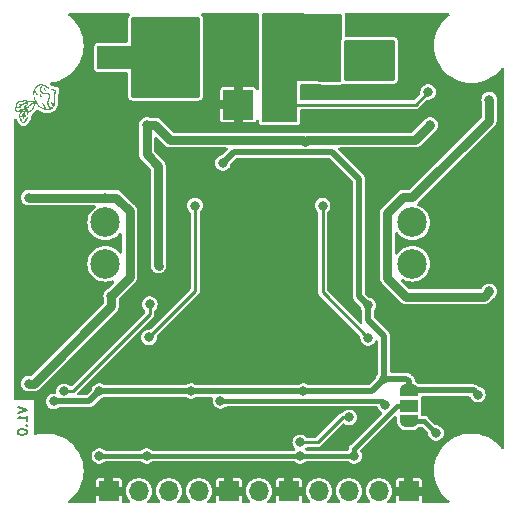
<source format=gbr>
%TF.GenerationSoftware,KiCad,Pcbnew,7.0.1*%
%TF.CreationDate,2023-08-21T19:33:12-03:00*%
%TF.ProjectId,L298P_Breakout,4c323938-505f-4427-9265-616b6f75742e,rev?*%
%TF.SameCoordinates,Original*%
%TF.FileFunction,Copper,L2,Bot*%
%TF.FilePolarity,Positive*%
%FSLAX46Y46*%
G04 Gerber Fmt 4.6, Leading zero omitted, Abs format (unit mm)*
G04 Created by KiCad (PCBNEW 7.0.1) date 2023-08-21 19:33:12*
%MOMM*%
%LPD*%
G01*
G04 APERTURE LIST*
G04 Aperture macros list*
%AMFreePoly0*
4,1,19,0.550000,-0.750000,0.000000,-0.750000,0.000000,-0.744911,-0.071157,-0.744911,-0.207708,-0.704816,-0.327430,-0.627875,-0.420627,-0.520320,-0.479746,-0.390866,-0.500000,-0.250000,-0.500000,0.250000,-0.479746,0.390866,-0.420627,0.520320,-0.327430,0.627875,-0.207708,0.704816,-0.071157,0.744911,0.000000,0.744911,0.000000,0.750000,0.550000,0.750000,0.550000,-0.750000,0.550000,-0.750000,
$1*%
%AMFreePoly1*
4,1,19,0.000000,0.744911,0.071157,0.744911,0.207708,0.704816,0.327430,0.627875,0.420627,0.520320,0.479746,0.390866,0.500000,0.250000,0.500000,-0.250000,0.479746,-0.390866,0.420627,-0.520320,0.327430,-0.627875,0.207708,-0.704816,0.071157,-0.744911,0.000000,-0.744911,0.000000,-0.750000,-0.550000,-0.750000,-0.550000,0.750000,0.000000,0.750000,0.000000,0.744911,0.000000,0.744911,
$1*%
G04 Aperture macros list end*
%ADD10C,0.150000*%
%TA.AperFunction,NonConductor*%
%ADD11C,0.150000*%
%TD*%
%TA.AperFunction,ComponentPad*%
%ADD12C,2.500000*%
%TD*%
%TA.AperFunction,ComponentPad*%
%ADD13R,2.500000X2.500000*%
%TD*%
%TA.AperFunction,ComponentPad*%
%ADD14R,1.700000X1.700000*%
%TD*%
%TA.AperFunction,ComponentPad*%
%ADD15O,1.700000X1.700000*%
%TD*%
%TA.AperFunction,SMDPad,CuDef*%
%ADD16FreePoly0,90.000000*%
%TD*%
%TA.AperFunction,SMDPad,CuDef*%
%ADD17R,1.500000X1.000000*%
%TD*%
%TA.AperFunction,SMDPad,CuDef*%
%ADD18FreePoly1,90.000000*%
%TD*%
%TA.AperFunction,ViaPad*%
%ADD19C,0.800000*%
%TD*%
%TA.AperFunction,Conductor*%
%ADD20C,0.500000*%
%TD*%
%TA.AperFunction,Conductor*%
%ADD21C,0.750000*%
%TD*%
%TA.AperFunction,Conductor*%
%ADD22C,0.400000*%
%TD*%
%TA.AperFunction,Conductor*%
%ADD23C,0.250000*%
%TD*%
G04 APERTURE END LIST*
D10*
D11*
X129570095Y-112580952D02*
X130370095Y-112847619D01*
X130370095Y-112847619D02*
X129570095Y-113114285D01*
X130370095Y-113799999D02*
X130370095Y-113342856D01*
X130370095Y-113571428D02*
X129570095Y-113571428D01*
X129570095Y-113571428D02*
X129684380Y-113495237D01*
X129684380Y-113495237D02*
X129760571Y-113419047D01*
X129760571Y-113419047D02*
X129798666Y-113342856D01*
X130293904Y-114142857D02*
X130332000Y-114180952D01*
X130332000Y-114180952D02*
X130370095Y-114142857D01*
X130370095Y-114142857D02*
X130332000Y-114104761D01*
X130332000Y-114104761D02*
X130293904Y-114142857D01*
X130293904Y-114142857D02*
X130370095Y-114142857D01*
X129570095Y-114676190D02*
X129570095Y-114752380D01*
X129570095Y-114752380D02*
X129608190Y-114828571D01*
X129608190Y-114828571D02*
X129646285Y-114866666D01*
X129646285Y-114866666D02*
X129722476Y-114904761D01*
X129722476Y-114904761D02*
X129874857Y-114942856D01*
X129874857Y-114942856D02*
X130065333Y-114942856D01*
X130065333Y-114942856D02*
X130217714Y-114904761D01*
X130217714Y-114904761D02*
X130293904Y-114866666D01*
X130293904Y-114866666D02*
X130332000Y-114828571D01*
X130332000Y-114828571D02*
X130370095Y-114752380D01*
X130370095Y-114752380D02*
X130370095Y-114676190D01*
X130370095Y-114676190D02*
X130332000Y-114599999D01*
X130332000Y-114599999D02*
X130293904Y-114561904D01*
X130293904Y-114561904D02*
X130217714Y-114523809D01*
X130217714Y-114523809D02*
X130065333Y-114485713D01*
X130065333Y-114485713D02*
X129874857Y-114485713D01*
X129874857Y-114485713D02*
X129722476Y-114523809D01*
X129722476Y-114523809D02*
X129646285Y-114561904D01*
X129646285Y-114561904D02*
X129608190Y-114599999D01*
X129608190Y-114599999D02*
X129570095Y-114676190D01*
%TA.AperFunction,EtchedComponent*%
%TO.C,G\u002A\u002A\u002A*%
G36*
X131869817Y-85628077D02*
G01*
X131886160Y-85641956D01*
X131904539Y-85665982D01*
X131926389Y-85701463D01*
X131935879Y-85718475D01*
X131948930Y-85744161D01*
X131957923Y-85764889D01*
X131961314Y-85777309D01*
X131956207Y-85796366D01*
X131941403Y-85812767D01*
X131920861Y-85823090D01*
X131898588Y-85825379D01*
X131878588Y-85817681D01*
X131877306Y-85816595D01*
X131866984Y-85804017D01*
X131853274Y-85783266D01*
X131837991Y-85757610D01*
X131822947Y-85730317D01*
X131809957Y-85704657D01*
X131800833Y-85683899D01*
X131797389Y-85671310D01*
X131797399Y-85670592D01*
X131803957Y-85651496D01*
X131820019Y-85634691D01*
X131841706Y-85624292D01*
X131854074Y-85623037D01*
X131869817Y-85628077D01*
G37*
%TD.AperFunction*%
%TA.AperFunction,EtchedComponent*%
G36*
X131497928Y-86100777D02*
G01*
X131519391Y-86112543D01*
X131527042Y-86121995D01*
X131539763Y-86141009D01*
X131555478Y-86166517D01*
X131572377Y-86195681D01*
X131587631Y-86223986D01*
X131600695Y-86250582D01*
X131609535Y-86271327D01*
X131612785Y-86283258D01*
X131610262Y-86294772D01*
X131598358Y-86312748D01*
X131580800Y-86326826D01*
X131562200Y-86332517D01*
X131545309Y-86328024D01*
X131528409Y-86317133D01*
X131524138Y-86312696D01*
X131510599Y-86294791D01*
X131494522Y-86269805D01*
X131477592Y-86240818D01*
X131461493Y-86210907D01*
X131447908Y-86183152D01*
X131438523Y-86160629D01*
X131435020Y-86146418D01*
X131440322Y-86124532D01*
X131454899Y-86108175D01*
X131475266Y-86099788D01*
X131497928Y-86100777D01*
G37*
%TD.AperFunction*%
%TA.AperFunction,EtchedComponent*%
G36*
X130168331Y-86584039D02*
G01*
X130217862Y-86585417D01*
X130276264Y-86599243D01*
X130331080Y-86624176D01*
X130379804Y-86659154D01*
X130419930Y-86703113D01*
X130433378Y-86721596D01*
X130481238Y-86711249D01*
X130533516Y-86701676D01*
X130605295Y-86692402D01*
X130683507Y-86685670D01*
X130764307Y-86681659D01*
X130827784Y-86680774D01*
X130843847Y-86680550D01*
X130918283Y-86682523D01*
X130983769Y-86687756D01*
X130988425Y-86688284D01*
X131012536Y-86690587D01*
X131030163Y-86691564D01*
X131037767Y-86691004D01*
X131037764Y-86689153D01*
X131034023Y-86677483D01*
X131026107Y-86657752D01*
X131015163Y-86632907D01*
X131005106Y-86610413D01*
X130966815Y-86514309D01*
X130936435Y-86419918D01*
X130933147Y-86408043D01*
X130927446Y-86385042D01*
X130925502Y-86369787D01*
X130927080Y-86358461D01*
X130931944Y-86347247D01*
X130940114Y-86334377D01*
X130956587Y-86322300D01*
X130980909Y-86318843D01*
X130997202Y-86322438D01*
X131012127Y-86335316D01*
X131025314Y-86358953D01*
X131037855Y-86394804D01*
X131043287Y-86412631D01*
X131079926Y-86515603D01*
X131125556Y-86620541D01*
X131178035Y-86722855D01*
X131235223Y-86817954D01*
X131301097Y-86911445D01*
X131383571Y-87010749D01*
X131471201Y-87098462D01*
X131563553Y-87174231D01*
X131660193Y-87237708D01*
X131760689Y-87288541D01*
X131864606Y-87326380D01*
X131901057Y-87337170D01*
X131885982Y-87311734D01*
X131854790Y-87258872D01*
X131812704Y-87186737D01*
X131774872Y-87120897D01*
X131741713Y-87062116D01*
X131713645Y-87011155D01*
X131691085Y-86968779D01*
X131674454Y-86935749D01*
X131664168Y-86912829D01*
X131660646Y-86900783D01*
X131661385Y-86891941D01*
X131670818Y-86870519D01*
X131688528Y-86856643D01*
X131711233Y-86852147D01*
X131735648Y-86858867D01*
X131736663Y-86859709D01*
X131744443Y-86869949D01*
X131757951Y-86890408D01*
X131776380Y-86919767D01*
X131798924Y-86956711D01*
X131824777Y-86999922D01*
X131853132Y-87048083D01*
X131883183Y-87099876D01*
X131891341Y-87114026D01*
X131920896Y-87165108D01*
X131948380Y-87212336D01*
X131973006Y-87254374D01*
X131993986Y-87289887D01*
X132010533Y-87317540D01*
X132021858Y-87335998D01*
X132027174Y-87343926D01*
X132030682Y-87346343D01*
X132047407Y-87350589D01*
X132073181Y-87352474D01*
X132104868Y-87351998D01*
X132139330Y-87349159D01*
X132173432Y-87343958D01*
X132174165Y-87343815D01*
X132200874Y-87337887D01*
X132229595Y-87330410D01*
X132257264Y-87322327D01*
X132280819Y-87314584D01*
X132297198Y-87308124D01*
X132303338Y-87303892D01*
X132303309Y-87303684D01*
X132298111Y-87296466D01*
X132285684Y-87282826D01*
X132268539Y-87265530D01*
X132266017Y-87263057D01*
X132209733Y-87198543D01*
X132163699Y-87126019D01*
X132127698Y-87045001D01*
X132101513Y-86955004D01*
X132084928Y-86855543D01*
X132083642Y-86843021D01*
X132081673Y-86805299D01*
X132083031Y-86767488D01*
X132088128Y-86727862D01*
X132097382Y-86684694D01*
X132111205Y-86636257D01*
X132130012Y-86580827D01*
X132154219Y-86516675D01*
X132184240Y-86442077D01*
X132185707Y-86438508D01*
X132202619Y-86396687D01*
X132214857Y-86364480D01*
X132223223Y-86339197D01*
X132228518Y-86318147D01*
X132231542Y-86298640D01*
X132233097Y-86277986D01*
X132233858Y-86253748D01*
X132232623Y-86232529D01*
X132228234Y-86216068D01*
X132219873Y-86199511D01*
X132211112Y-86186591D01*
X132184669Y-86158822D01*
X132152605Y-86135210D01*
X132120272Y-86120024D01*
X132112594Y-86118454D01*
X132090722Y-86115939D01*
X132058532Y-86113437D01*
X132018064Y-86111080D01*
X131971360Y-86108996D01*
X131920458Y-86107317D01*
X131883859Y-86106276D01*
X131836827Y-86104720D01*
X131800166Y-86103080D01*
X131771864Y-86101169D01*
X131749912Y-86098801D01*
X131732297Y-86095791D01*
X131717009Y-86091951D01*
X131702038Y-86087097D01*
X131673961Y-86076117D01*
X131620853Y-86047155D01*
X131575326Y-86009296D01*
X131535752Y-85961039D01*
X131500505Y-85900880D01*
X131474056Y-85835007D01*
X131459650Y-85764605D01*
X131458397Y-85692801D01*
X131470180Y-85620305D01*
X131494880Y-85547829D01*
X131532381Y-85476083D01*
X131582563Y-85405778D01*
X131583451Y-85404687D01*
X131598263Y-85385987D01*
X131608784Y-85371813D01*
X131612786Y-85365157D01*
X131611741Y-85363679D01*
X131600996Y-85361480D01*
X131581117Y-85361242D01*
X131555211Y-85362739D01*
X131526386Y-85365743D01*
X131497748Y-85370030D01*
X131472406Y-85375372D01*
X131454058Y-85380435D01*
X131375893Y-85410380D01*
X131301168Y-85452372D01*
X131231366Y-85505166D01*
X131167972Y-85567518D01*
X131112471Y-85638183D01*
X131066345Y-85715915D01*
X131051402Y-85745424D01*
X131157747Y-85929138D01*
X131169238Y-85949085D01*
X131194715Y-85994020D01*
X131217447Y-86035092D01*
X131236592Y-86070717D01*
X131251308Y-86099314D01*
X131260756Y-86119301D01*
X131264092Y-86129094D01*
X131264081Y-86129831D01*
X131257802Y-86149196D01*
X131242834Y-86167158D01*
X131223410Y-86178573D01*
X131214419Y-86180549D01*
X131203354Y-86179570D01*
X131191909Y-86173548D01*
X131179081Y-86161308D01*
X131163870Y-86141677D01*
X131145274Y-86113478D01*
X131122292Y-86075539D01*
X131093923Y-86026683D01*
X131080072Y-86002660D01*
X131058615Y-85965904D01*
X131039910Y-85934430D01*
X131024958Y-85909891D01*
X131014756Y-85893941D01*
X131010302Y-85888231D01*
X131009675Y-85888486D01*
X131006290Y-85897209D01*
X131002660Y-85916397D01*
X130999064Y-85943388D01*
X130995782Y-85975520D01*
X130993092Y-86010131D01*
X130991274Y-86044561D01*
X130990606Y-86076146D01*
X130990459Y-86099894D01*
X130989475Y-86123990D01*
X130987071Y-86139832D01*
X130982681Y-86150591D01*
X130975740Y-86159438D01*
X130968434Y-86165733D01*
X130946058Y-86174538D01*
X130922082Y-86173206D01*
X130901723Y-86161588D01*
X130898831Y-86158462D01*
X130894026Y-86150768D01*
X130890892Y-86139664D01*
X130889081Y-86122584D01*
X130888249Y-86096963D01*
X130888049Y-86060236D01*
X130892672Y-85964544D01*
X130909197Y-85859096D01*
X130937317Y-85759312D01*
X130976621Y-85665888D01*
X131026697Y-85579521D01*
X131087133Y-85500906D01*
X131157519Y-85430740D01*
X131237442Y-85369720D01*
X131326491Y-85318541D01*
X131340473Y-85311846D01*
X131421607Y-85280530D01*
X131503109Y-85262120D01*
X131585536Y-85256659D01*
X131669443Y-85264190D01*
X131755387Y-85284755D01*
X131843926Y-85318397D01*
X131935616Y-85365158D01*
X131936989Y-85365945D01*
X131961338Y-85380435D01*
X131993997Y-85400584D01*
X132032108Y-85424592D01*
X132072814Y-85450660D01*
X132113256Y-85476990D01*
X132114126Y-85477561D01*
X132160241Y-85508310D01*
X132195584Y-85533206D01*
X132221103Y-85553396D01*
X132237744Y-85570029D01*
X132246455Y-85584253D01*
X132248181Y-85597216D01*
X132243871Y-85610066D01*
X132234470Y-85623950D01*
X132233692Y-85624929D01*
X132222668Y-85636025D01*
X132210350Y-85641853D01*
X132195128Y-85641926D01*
X132175396Y-85635753D01*
X132149545Y-85622846D01*
X132115967Y-85602715D01*
X132073055Y-85574873D01*
X132048680Y-85558803D01*
X131980088Y-85514511D01*
X131920963Y-85477919D01*
X131870338Y-85448457D01*
X131827245Y-85425556D01*
X131790716Y-85408646D01*
X131740996Y-85387756D01*
X131707139Y-85420850D01*
X131705779Y-85422190D01*
X131679335Y-85451683D01*
X131651314Y-85488295D01*
X131624552Y-85527851D01*
X131601880Y-85566177D01*
X131586134Y-85599099D01*
X131574530Y-85633868D01*
X131563459Y-85697225D01*
X131564860Y-85759836D01*
X131578443Y-85819967D01*
X131603915Y-85875879D01*
X131640985Y-85925837D01*
X131660455Y-85945310D01*
X131683978Y-85963833D01*
X131710038Y-85978197D01*
X131740481Y-85988881D01*
X131777155Y-85996366D01*
X131821904Y-86001134D01*
X131876575Y-86003663D01*
X131943015Y-86004435D01*
X131987111Y-86004715D01*
X132039479Y-86006112D01*
X132082084Y-86008978D01*
X132117202Y-86013644D01*
X132147108Y-86020439D01*
X132174076Y-86029694D01*
X132200383Y-86041736D01*
X132227786Y-86058828D01*
X132263367Y-86089401D01*
X132295153Y-86125517D01*
X132318930Y-86162870D01*
X132321869Y-86168894D01*
X132334498Y-86201739D01*
X132341230Y-86235845D01*
X132341853Y-86272942D01*
X132336151Y-86314757D01*
X132323912Y-86363022D01*
X132304920Y-86419466D01*
X132278962Y-86485817D01*
X132267859Y-86512907D01*
X132246029Y-86566744D01*
X132228765Y-86610778D01*
X132215539Y-86646952D01*
X132205821Y-86677207D01*
X132199083Y-86703486D01*
X132194795Y-86727733D01*
X132192430Y-86751888D01*
X132191459Y-86777896D01*
X132191352Y-86807699D01*
X132191360Y-86809189D01*
X132192286Y-86854109D01*
X132194828Y-86889833D01*
X132199443Y-86920665D01*
X132206591Y-86950910D01*
X132220502Y-86995022D01*
X132249958Y-87063589D01*
X132286505Y-87125822D01*
X132328677Y-87179363D01*
X132375008Y-87221855D01*
X132412855Y-87250430D01*
X132441852Y-87231370D01*
X132456958Y-87220099D01*
X132477190Y-87202858D01*
X132499193Y-87182624D01*
X132520537Y-87161776D01*
X132538792Y-87142693D01*
X132551527Y-87127753D01*
X132556312Y-87119336D01*
X132554241Y-87114397D01*
X132546169Y-87098854D01*
X132532870Y-87074483D01*
X132515266Y-87042953D01*
X132494284Y-87005931D01*
X132470848Y-86965088D01*
X132457958Y-86942583D01*
X132433890Y-86899506D01*
X132413827Y-86862122D01*
X132398540Y-86831931D01*
X132388801Y-86810431D01*
X132385384Y-86799123D01*
X132385692Y-86793725D01*
X132393799Y-86772599D01*
X132410169Y-86757708D01*
X132431118Y-86750503D01*
X132452961Y-86752439D01*
X132472015Y-86764966D01*
X132479347Y-86775101D01*
X132492248Y-86795225D01*
X132509217Y-86822968D01*
X132528915Y-86856141D01*
X132550002Y-86892550D01*
X132614181Y-87004751D01*
X132622749Y-86975159D01*
X132630100Y-86946149D01*
X132636923Y-86907110D01*
X132641299Y-86862828D01*
X132643355Y-86811230D01*
X132643220Y-86750243D01*
X132641021Y-86677793D01*
X132639669Y-86642790D01*
X132636389Y-86534120D01*
X132634962Y-86437294D01*
X132635384Y-86352654D01*
X132637650Y-86280541D01*
X132641756Y-86221297D01*
X132647697Y-86175263D01*
X132662706Y-86099506D01*
X132698169Y-85968035D01*
X132744047Y-85845370D01*
X132745809Y-85839476D01*
X132741841Y-85834591D01*
X132727122Y-85833405D01*
X132711324Y-85832481D01*
X132678326Y-85827819D01*
X132637343Y-85819906D01*
X132591354Y-85809508D01*
X132543340Y-85797388D01*
X132496279Y-85784313D01*
X132453150Y-85771048D01*
X132416935Y-85758356D01*
X132390611Y-85747004D01*
X132376274Y-85735392D01*
X132366848Y-85715287D01*
X132366826Y-85692806D01*
X132376041Y-85671989D01*
X132394326Y-85656878D01*
X132395434Y-85656356D01*
X132404981Y-85653064D01*
X132416009Y-85652509D01*
X132431366Y-85655157D01*
X132453903Y-85661473D01*
X132486468Y-85671922D01*
X132501562Y-85676845D01*
X132555719Y-85693563D01*
X132602778Y-85706210D01*
X132647103Y-85715878D01*
X132693055Y-85723659D01*
X132694251Y-85723838D01*
X132722706Y-85728112D01*
X132748561Y-85732033D01*
X132766353Y-85734774D01*
X132775131Y-85736891D01*
X132801052Y-85750165D01*
X132824543Y-85771026D01*
X132840693Y-85795462D01*
X132846489Y-85811998D01*
X132849192Y-85833476D01*
X132846398Y-85858318D01*
X132837727Y-85889386D01*
X132822795Y-85929543D01*
X132802094Y-85985922D01*
X132773549Y-86084145D01*
X132750883Y-86192355D01*
X132750301Y-86195743D01*
X132745782Y-86228233D01*
X132742345Y-86266202D01*
X132739972Y-86310816D01*
X132738645Y-86363242D01*
X132738347Y-86424645D01*
X132739059Y-86496190D01*
X132740763Y-86579045D01*
X132743441Y-86674374D01*
X132743742Y-86684286D01*
X132745405Y-86754679D01*
X132745695Y-86813819D01*
X132744407Y-86863810D01*
X132741340Y-86906757D01*
X132736290Y-86944765D01*
X132729055Y-86979937D01*
X132719431Y-87014379D01*
X132707216Y-87050195D01*
X132700879Y-87066682D01*
X132663149Y-87142147D01*
X132613606Y-87211721D01*
X132553150Y-87274292D01*
X132482675Y-87328747D01*
X132464036Y-87340784D01*
X132374670Y-87389045D01*
X132281704Y-87424442D01*
X132185832Y-87447029D01*
X132087754Y-87456860D01*
X131988164Y-87453991D01*
X131887760Y-87438476D01*
X131787239Y-87410370D01*
X131687297Y-87369727D01*
X131588631Y-87316602D01*
X131491938Y-87251050D01*
X131453295Y-87220313D01*
X131391718Y-87165390D01*
X131329526Y-87103539D01*
X131269829Y-87038063D01*
X131215735Y-86972264D01*
X131170352Y-86909443D01*
X131157892Y-86891683D01*
X131146826Y-86877921D01*
X131140580Y-86872651D01*
X131134198Y-86877351D01*
X131122662Y-86891865D01*
X131107928Y-86913683D01*
X131091566Y-86940246D01*
X131075148Y-86968992D01*
X131060247Y-86997361D01*
X131048433Y-87022793D01*
X131041118Y-87041262D01*
X131028464Y-87076766D01*
X131015642Y-87116210D01*
X131004537Y-87153962D01*
X131003326Y-87158326D01*
X130972972Y-87247207D01*
X130933674Y-87330797D01*
X130886614Y-87407168D01*
X130832972Y-87474390D01*
X130773930Y-87530534D01*
X130766376Y-87536657D01*
X130731092Y-87564066D01*
X130703425Y-87582713D01*
X130681557Y-87593274D01*
X130663672Y-87596427D01*
X130647951Y-87592850D01*
X130632578Y-87583218D01*
X130619592Y-87568776D01*
X130614563Y-87546921D01*
X130615611Y-87533162D01*
X130621691Y-87517765D01*
X130635371Y-87503433D01*
X130659101Y-87486863D01*
X130692468Y-87462400D01*
X130729600Y-87429542D01*
X130765592Y-87392724D01*
X130796316Y-87355883D01*
X130823328Y-87316601D01*
X130861547Y-87244432D01*
X130891296Y-87163121D01*
X130892747Y-87158272D01*
X130912662Y-87093695D01*
X130930389Y-87040363D01*
X130946651Y-86996305D01*
X130962174Y-86959553D01*
X130977682Y-86928134D01*
X130982253Y-86919467D01*
X130993145Y-86897520D01*
X131000058Y-86881567D01*
X131001657Y-86874586D01*
X130997021Y-86875133D01*
X130982108Y-86881075D01*
X130959140Y-86891905D01*
X130930255Y-86906493D01*
X130897588Y-86923708D01*
X130863274Y-86942421D01*
X130829450Y-86961500D01*
X130798253Y-86979815D01*
X130771817Y-86996236D01*
X130741940Y-87016228D01*
X130660061Y-87077301D01*
X130578356Y-87146800D01*
X130500436Y-87221535D01*
X130429913Y-87298313D01*
X130407946Y-87324001D01*
X130431839Y-87350449D01*
X130463408Y-87391699D01*
X130491464Y-87446626D01*
X130507783Y-87504842D01*
X130512063Y-87564420D01*
X130504004Y-87623434D01*
X130483304Y-87679958D01*
X130481553Y-87683496D01*
X130470554Y-87706955D01*
X130465295Y-87722310D01*
X130464976Y-87733001D01*
X130468801Y-87742466D01*
X130470534Y-87745739D01*
X130479181Y-87766065D01*
X130488400Y-87792517D01*
X130496760Y-87820396D01*
X130502827Y-87845006D01*
X130505168Y-87861650D01*
X130503024Y-87873038D01*
X130491142Y-87891869D01*
X130472666Y-87906201D01*
X130451974Y-87911898D01*
X130446792Y-87911592D01*
X130425356Y-87902358D01*
X130408367Y-87880640D01*
X130396260Y-87846945D01*
X130389623Y-87825985D01*
X130377730Y-87797157D01*
X130363935Y-87769525D01*
X130355549Y-87753855D01*
X130345869Y-87730112D01*
X130344645Y-87710918D01*
X130352059Y-87692065D01*
X130368294Y-87669345D01*
X130376326Y-87657926D01*
X130393157Y-87624410D01*
X130404983Y-87587198D01*
X130409448Y-87552948D01*
X130408877Y-87541490D01*
X130401161Y-87504246D01*
X130386330Y-87467333D01*
X130366809Y-87437326D01*
X130344458Y-87411470D01*
X130305649Y-87478790D01*
X130294716Y-87498137D01*
X130275296Y-87534019D01*
X130257273Y-87568992D01*
X130243472Y-87597652D01*
X130235277Y-87616041D01*
X130227153Y-87637025D01*
X130223466Y-87654056D01*
X130223314Y-87672181D01*
X130225793Y-87696448D01*
X130227174Y-87707094D01*
X130239863Y-87775096D01*
X130259110Y-87846987D01*
X130283369Y-87916840D01*
X130290420Y-87934977D01*
X130300129Y-87961893D01*
X130304941Y-87980634D01*
X130305129Y-87994115D01*
X130300964Y-88005249D01*
X130292721Y-88016951D01*
X130274343Y-88030953D01*
X130250078Y-88035204D01*
X130224933Y-88028176D01*
X130221734Y-88024922D01*
X130213108Y-88010820D01*
X130201927Y-87988780D01*
X130189565Y-87961951D01*
X130177396Y-87933480D01*
X130166792Y-87906512D01*
X130159127Y-87884197D01*
X130155774Y-87869681D01*
X130154914Y-87865465D01*
X130152358Y-87868739D01*
X130148609Y-87882494D01*
X130143981Y-87904841D01*
X130138786Y-87933891D01*
X130133339Y-87967756D01*
X130127952Y-88004546D01*
X130122940Y-88042374D01*
X130118616Y-88079351D01*
X130115292Y-88113587D01*
X130115073Y-88116172D01*
X130111598Y-88153391D01*
X130108221Y-88179635D01*
X130104408Y-88197437D01*
X130099625Y-88209332D01*
X130093340Y-88217854D01*
X130085567Y-88224686D01*
X130064697Y-88232859D01*
X130043403Y-88230248D01*
X130024594Y-88218358D01*
X130011175Y-88198689D01*
X130006057Y-88172745D01*
X130006057Y-88172542D01*
X130007055Y-88147588D01*
X130009731Y-88113015D01*
X130013679Y-88072675D01*
X130018489Y-88030420D01*
X130023753Y-87990104D01*
X130029063Y-87955577D01*
X130031538Y-87940477D01*
X130033772Y-87921252D01*
X130032358Y-87913591D01*
X130026612Y-87917625D01*
X130015849Y-87933487D01*
X129999386Y-87961309D01*
X129999195Y-87961638D01*
X129978335Y-87992868D01*
X129958786Y-88011375D01*
X129939425Y-88017884D01*
X129919131Y-88013119D01*
X129904492Y-88002862D01*
X129890565Y-87986335D01*
X129885562Y-87975887D01*
X129884373Y-87962833D01*
X129890102Y-87945312D01*
X129895691Y-87933049D01*
X129915622Y-87897904D01*
X129942460Y-87858060D01*
X129973811Y-87816590D01*
X130007283Y-87776566D01*
X130040480Y-87741060D01*
X130071009Y-87713143D01*
X130077367Y-87707033D01*
X130090323Y-87688771D01*
X130104658Y-87660777D01*
X130121342Y-87621285D01*
X130129128Y-87602306D01*
X130149140Y-87557218D01*
X130172103Y-87509247D01*
X130196051Y-87462304D01*
X130219019Y-87420300D01*
X130239040Y-87387147D01*
X130253537Y-87364926D01*
X130212258Y-87364926D01*
X130191619Y-87365408D01*
X130173881Y-87368562D01*
X130158587Y-87376687D01*
X130139620Y-87392068D01*
X130126903Y-87402740D01*
X130101183Y-87423053D01*
X130077880Y-87440112D01*
X130059958Y-87454131D01*
X130046476Y-87471653D01*
X130037034Y-87496257D01*
X130034057Y-87507594D01*
X130028693Y-87536927D01*
X130026568Y-87563137D01*
X130026260Y-87571944D01*
X130023234Y-87592566D01*
X130018022Y-87606056D01*
X130015311Y-87608769D01*
X130001431Y-87618571D01*
X129979932Y-87631275D01*
X129954190Y-87644831D01*
X129926193Y-87660232D01*
X129874100Y-87699319D01*
X129832885Y-87746690D01*
X129802486Y-87802422D01*
X129782844Y-87866594D01*
X129776876Y-87910170D01*
X129779633Y-87972657D01*
X129795981Y-88034966D01*
X129805810Y-88059340D01*
X129824103Y-88094150D01*
X129847768Y-88126439D01*
X129879987Y-88160979D01*
X129918544Y-88199230D01*
X129913780Y-88246670D01*
X129912877Y-88258977D01*
X129916361Y-88307892D01*
X129930762Y-88351022D01*
X129954925Y-88386989D01*
X129987694Y-88414416D01*
X130027913Y-88431926D01*
X130074428Y-88438141D01*
X130114259Y-88433909D01*
X130155993Y-88418238D01*
X130190412Y-88392144D01*
X130216388Y-88356824D01*
X130232799Y-88313478D01*
X130238520Y-88263304D01*
X130238520Y-88217716D01*
X130294985Y-88162236D01*
X130314245Y-88142939D01*
X130337977Y-88118177D01*
X130357706Y-88096514D01*
X130370485Y-88081117D01*
X130382622Y-88066604D01*
X130396107Y-88057738D01*
X130413158Y-88055478D01*
X130417658Y-88055639D01*
X130441682Y-88062983D01*
X130458079Y-88079455D01*
X130464145Y-88102559D01*
X130464009Y-88105117D01*
X130457903Y-88125162D01*
X130444175Y-88151073D01*
X130424820Y-88179837D01*
X130401833Y-88208440D01*
X130377209Y-88233871D01*
X130359852Y-88250753D01*
X130349297Y-88265149D01*
X130343802Y-88281566D01*
X130340558Y-88305492D01*
X130335208Y-88337312D01*
X130316321Y-88390584D01*
X130286891Y-88437909D01*
X130248553Y-88478015D01*
X130202941Y-88509628D01*
X130151690Y-88531472D01*
X130096434Y-88542273D01*
X130038808Y-88540758D01*
X130010649Y-88535204D01*
X129956055Y-88514619D01*
X129906935Y-88482910D01*
X129865488Y-88441668D01*
X129833912Y-88392483D01*
X129829009Y-88382201D01*
X129818405Y-88354969D01*
X129812333Y-88327309D01*
X129809160Y-88292627D01*
X129808021Y-88274288D01*
X129805596Y-88252078D01*
X129801274Y-88236697D01*
X129793620Y-88223868D01*
X129781197Y-88209314D01*
X129741471Y-88158157D01*
X129707059Y-88094643D01*
X129684383Y-88027327D01*
X129673411Y-87957807D01*
X129674110Y-87887682D01*
X129686448Y-87818549D01*
X129710392Y-87752007D01*
X129745909Y-87689655D01*
X129792967Y-87633090D01*
X129799675Y-87626521D01*
X129827173Y-87602148D01*
X129856074Y-87579654D01*
X129881125Y-87563203D01*
X129897710Y-87553501D01*
X129913803Y-87542056D01*
X129921659Y-87532094D01*
X129923807Y-87521119D01*
X129923830Y-87517274D01*
X129922688Y-87509121D01*
X129917299Y-87505346D01*
X129904537Y-87504888D01*
X129881279Y-87506686D01*
X129863367Y-87508608D01*
X129843429Y-87513276D01*
X129826955Y-87522421D01*
X129807779Y-87538732D01*
X129761304Y-87575340D01*
X129710938Y-87601210D01*
X129657429Y-87614678D01*
X129599027Y-87616394D01*
X129567424Y-87612494D01*
X129513719Y-87596462D01*
X129466334Y-87570313D01*
X129426009Y-87535655D01*
X129393479Y-87494096D01*
X129369484Y-87447245D01*
X129354761Y-87396710D01*
X129350690Y-87351252D01*
X129456123Y-87351252D01*
X129458446Y-87380869D01*
X129471616Y-87424410D01*
X129495287Y-87460540D01*
X129528162Y-87487961D01*
X129568946Y-87505377D01*
X129616339Y-87511490D01*
X129630254Y-87511231D01*
X129660929Y-87507670D01*
X129687399Y-87498670D01*
X129712426Y-87482631D01*
X129738776Y-87457955D01*
X129769211Y-87423042D01*
X129777314Y-87413907D01*
X129787851Y-87406570D01*
X129802086Y-87403888D01*
X129824976Y-87404187D01*
X129848948Y-87404318D01*
X129913509Y-87395848D01*
X129974883Y-87375157D01*
X130030861Y-87343144D01*
X130079235Y-87300707D01*
X130114424Y-87256413D01*
X130115510Y-87254346D01*
X130238520Y-87254346D01*
X130239556Y-87256124D01*
X130249841Y-87260668D01*
X130267577Y-87264143D01*
X130273985Y-87264985D01*
X130293871Y-87268312D01*
X130306891Y-87271535D01*
X130316663Y-87268493D01*
X130332557Y-87253900D01*
X130354751Y-87227514D01*
X130380592Y-87196317D01*
X130433154Y-87139762D01*
X130493776Y-87081453D01*
X130559695Y-87023871D01*
X130628147Y-86969499D01*
X130696368Y-86920816D01*
X130699619Y-86918650D01*
X130727586Y-86900692D01*
X130759751Y-86880977D01*
X130793855Y-86860784D01*
X130827636Y-86841393D01*
X130858835Y-86824084D01*
X130885189Y-86810137D01*
X130904440Y-86800830D01*
X130914326Y-86797443D01*
X130916900Y-86797069D01*
X130922234Y-86790606D01*
X130921721Y-86789822D01*
X130911916Y-86787393D01*
X130891435Y-86785603D01*
X130862612Y-86784448D01*
X130827784Y-86783928D01*
X130789287Y-86784041D01*
X130749456Y-86784786D01*
X130710630Y-86786160D01*
X130675142Y-86788163D01*
X130645330Y-86790792D01*
X130641248Y-86791260D01*
X130603416Y-86796236D01*
X130563055Y-86802424D01*
X130528238Y-86808596D01*
X130472680Y-86819488D01*
X130476057Y-86861556D01*
X130474899Y-86914018D01*
X130461635Y-86970864D01*
X130436855Y-87024277D01*
X130401696Y-87072374D01*
X130357293Y-87113275D01*
X130304783Y-87145099D01*
X130293475Y-87150514D01*
X130275317Y-87160422D01*
X130264462Y-87170402D01*
X130257366Y-87184470D01*
X130250485Y-87206643D01*
X130244932Y-87226600D01*
X130240299Y-87244913D01*
X130238520Y-87254346D01*
X130115510Y-87254346D01*
X130141393Y-87205070D01*
X130157355Y-87148412D01*
X130162979Y-87120709D01*
X130170442Y-87097297D01*
X130180671Y-87082027D01*
X130195822Y-87071900D01*
X130218049Y-87063917D01*
X130261900Y-87047690D01*
X130301528Y-87024023D01*
X130331556Y-86993521D01*
X130353836Y-86954697D01*
X130361116Y-86936130D01*
X130369272Y-86907732D01*
X130373164Y-86882753D01*
X130372401Y-86864234D01*
X130366592Y-86855221D01*
X130362283Y-86854976D01*
X130346368Y-86858068D01*
X130323005Y-86864986D01*
X130295563Y-86874800D01*
X130182700Y-86924613D01*
X130064525Y-86990628D01*
X129949762Y-87069379D01*
X129931265Y-87083262D01*
X129908707Y-87100865D01*
X129894351Y-87114976D01*
X129886726Y-87128802D01*
X129884358Y-87145554D01*
X129885774Y-87168440D01*
X129889503Y-87200668D01*
X129891642Y-87228330D01*
X129889449Y-87259878D01*
X129880302Y-87281009D01*
X129863600Y-87292857D01*
X129838745Y-87296555D01*
X129836788Y-87296512D01*
X129814845Y-87289225D01*
X129798283Y-87270707D01*
X129788800Y-87242782D01*
X129783786Y-87212939D01*
X129734641Y-87265002D01*
X129727725Y-87272240D01*
X129700543Y-87298102D01*
X129678626Y-87313244D01*
X129660157Y-87318261D01*
X129643316Y-87313743D01*
X129626284Y-87300284D01*
X129618139Y-87291166D01*
X129611279Y-87278734D01*
X129610167Y-87265252D01*
X129615539Y-87249372D01*
X129628133Y-87229743D01*
X129648685Y-87205018D01*
X129677932Y-87173847D01*
X129716610Y-87134882D01*
X129749734Y-87101935D01*
X129774031Y-87077102D01*
X129788940Y-87060169D01*
X129794595Y-87050238D01*
X129791128Y-87046407D01*
X129778674Y-87047777D01*
X129757365Y-87053448D01*
X129727336Y-87062518D01*
X129713022Y-87066303D01*
X129682562Y-87068753D01*
X129660190Y-87060726D01*
X129645199Y-87042044D01*
X129643936Y-87039272D01*
X129639199Y-87014578D01*
X129647296Y-86993067D01*
X129667757Y-86974957D01*
X129700111Y-86960465D01*
X129743887Y-86949809D01*
X129798616Y-86943207D01*
X129863826Y-86940877D01*
X129947941Y-86940730D01*
X129995419Y-86909975D01*
X130013336Y-86898774D01*
X130058623Y-86872735D01*
X130110365Y-86845306D01*
X130164203Y-86818679D01*
X130215780Y-86795043D01*
X130260740Y-86776590D01*
X130275323Y-86770930D01*
X130298571Y-86761075D01*
X130314595Y-86753138D01*
X130320565Y-86748451D01*
X130320514Y-86747853D01*
X130313854Y-86738797D01*
X130298473Y-86726764D01*
X130277896Y-86713967D01*
X130255651Y-86702618D01*
X130235264Y-86694931D01*
X130206296Y-86690016D01*
X130168331Y-86689812D01*
X130131294Y-86695044D01*
X130101176Y-86705253D01*
X130098258Y-86706857D01*
X130080614Y-86718998D01*
X130058397Y-86736892D01*
X130035706Y-86757280D01*
X130028500Y-86764023D01*
X130008931Y-86781077D01*
X129993283Y-86792940D01*
X129984428Y-86797369D01*
X129980516Y-86796958D01*
X129964878Y-86793620D01*
X129944522Y-86788037D01*
X129910288Y-86779621D01*
X129845777Y-86773724D01*
X129782908Y-86780579D01*
X129723276Y-86799767D01*
X129668478Y-86830866D01*
X129620109Y-86873457D01*
X129595884Y-86902113D01*
X129565397Y-86950616D01*
X129545942Y-87002762D01*
X129536774Y-87060825D01*
X129537148Y-87127081D01*
X129541757Y-87194007D01*
X129511479Y-87224720D01*
X129489556Y-87249099D01*
X129469728Y-87279988D01*
X129459195Y-87312642D01*
X129456123Y-87351252D01*
X129350690Y-87351252D01*
X129350049Y-87344098D01*
X129356084Y-87291020D01*
X129373605Y-87239082D01*
X129403349Y-87189892D01*
X129429978Y-87155020D01*
X129433479Y-87073661D01*
X129436509Y-87029096D01*
X129443830Y-86980990D01*
X129456256Y-86938686D01*
X129475112Y-86897926D01*
X129501724Y-86854454D01*
X129533151Y-86813425D01*
X129585081Y-86763416D01*
X129644401Y-86723143D01*
X129709319Y-86693375D01*
X129778044Y-86674881D01*
X129848784Y-86668432D01*
X129919749Y-86674797D01*
X129959022Y-86682057D01*
X129986824Y-86656940D01*
X130009868Y-86639023D01*
X130051826Y-86614975D01*
X130098032Y-86596271D01*
X130142877Y-86585480D01*
X130158378Y-86583762D01*
X130168331Y-86584039D01*
G37*
%TD.AperFunction*%
%TD*%
D12*
%TO.P,J2,1,Pin_1*%
%TO.N,/OUTB1*%
X163000000Y-100480000D03*
%TO.P,J2,2,Pin_2*%
%TO.N,/OUTB2*%
X163000000Y-96980000D03*
%TD*%
%TO.P,J1,1,Pin_1*%
%TO.N,/OUTA1*%
X137000000Y-96980000D03*
%TO.P,J1,2,Pin_2*%
%TO.N,/OUTA2*%
X137000000Y-100480000D03*
%TD*%
%TO.P,J3,1,Pin_1*%
%TO.N,VDD*%
X151750000Y-87000000D03*
D13*
%TO.P,J3,2,Pin_2*%
%TO.N,GND*%
X148250000Y-87000000D03*
%TD*%
D14*
%TO.P,J4,1,Pin_1*%
%TO.N,GND*%
X137300000Y-119725000D03*
D15*
%TO.P,J4,2,Pin_2*%
%TO.N,INA_IN*%
X139840000Y-119725000D03*
%TO.P,J4,3,Pin_3*%
%TO.N,PWMA_IN*%
X142380000Y-119725000D03*
%TO.P,J4,4,Pin_4*%
%TO.N,SA*%
X144920000Y-119725000D03*
D14*
%TO.P,J4,5,Pin_5*%
%TO.N,GND*%
X147460000Y-119725000D03*
D15*
%TO.P,J4,6,Pin_6*%
%TO.N,VBAT*%
X150000000Y-119725000D03*
D14*
%TO.P,J4,7,Pin_7*%
%TO.N,GND*%
X152540000Y-119725000D03*
D15*
%TO.P,J4,8,Pin_8*%
%TO.N,SB*%
X155080000Y-119725000D03*
%TO.P,J4,9,Pin_9*%
%TO.N,PWMB_IN*%
X157620000Y-119725000D03*
%TO.P,J4,10,Pin_10*%
%TO.N,INB_IN*%
X160160000Y-119725000D03*
D14*
%TO.P,J4,11,Pin_11*%
%TO.N,GND*%
X162700000Y-119725000D03*
%TD*%
D16*
%TO.P,JP1,1,A*%
%TO.N,+3V3*%
X162700000Y-113800000D03*
D17*
%TO.P,JP1,2,C*%
%TO.N,VCC*%
X162700000Y-112500000D03*
D18*
%TO.P,JP1,3,B*%
%TO.N,+5V*%
X162700000Y-111200000D03*
%TD*%
D19*
%TO.N,+5V*%
X168550000Y-111550000D03*
X143250000Y-85750000D03*
X140250000Y-84750000D03*
X146950000Y-91950000D03*
X136500000Y-111250000D03*
X143250000Y-80250000D03*
X141250000Y-81250000D03*
X159250000Y-104000000D03*
X140250000Y-81250000D03*
X141250000Y-84750000D03*
X140250000Y-85750000D03*
X144250000Y-111250000D03*
X140250000Y-80250000D03*
X141250000Y-80250000D03*
X132625000Y-112125000D03*
X144250000Y-80250000D03*
X142250000Y-80250000D03*
X153750000Y-111250000D03*
X141250000Y-85750000D03*
X142250000Y-85750000D03*
X144250000Y-85750000D03*
X160600000Y-110200000D03*
%TO.N,GND*%
X151250000Y-105000000D03*
X147500000Y-102500000D03*
X158500000Y-109575000D03*
X143100000Y-107000000D03*
X147500000Y-100000000D03*
X145500000Y-118100000D03*
X152500000Y-100000000D03*
X151250000Y-97500000D03*
X150000000Y-102500000D03*
X169500000Y-114600000D03*
X148750000Y-95000000D03*
X136725000Y-112325000D03*
X156300000Y-118500000D03*
X152500000Y-97500000D03*
X164625000Y-80600000D03*
X152500000Y-102500000D03*
X150000000Y-105000000D03*
X147500000Y-97500000D03*
X150000000Y-100000000D03*
X150000000Y-95000000D03*
X150000000Y-97500000D03*
X164525000Y-108725000D03*
X148750000Y-100000000D03*
X148750000Y-97500000D03*
X151250000Y-95000000D03*
X143100000Y-93000000D03*
X135500000Y-108725000D03*
X140700000Y-109500000D03*
X151400000Y-114000000D03*
X159500000Y-93325000D03*
X156875000Y-93050000D03*
X145700000Y-92400000D03*
X135500000Y-80700000D03*
X148750000Y-102500000D03*
X135500000Y-87000000D03*
X151250000Y-100000000D03*
X148750000Y-105000000D03*
X151250000Y-102500000D03*
X158250000Y-80600000D03*
X156900000Y-107000000D03*
%TO.N,/OUTA1*%
X130500000Y-94870000D03*
X137500000Y-103175000D03*
X137000000Y-94870000D03*
X130500000Y-110625000D03*
%TO.N,/OUTB2*%
X163000000Y-94850000D03*
X169500000Y-102820000D03*
X162500000Y-103250000D03*
X169500000Y-86580000D03*
%TO.N,VBUS*%
X158250000Y-83250000D03*
X158250000Y-84500000D03*
X164500000Y-88730000D03*
X140500000Y-88720000D03*
X141510000Y-100640000D03*
X158250000Y-82000000D03*
X153887500Y-90150500D03*
%TO.N,+3V3*%
X146750000Y-112099500D03*
X160698352Y-112395984D03*
X165000000Y-114800000D03*
%TO.N,VCC*%
X136500000Y-116750000D03*
X158075000Y-116750000D03*
X153500000Y-116750000D03*
X140500000Y-116750000D03*
%TO.N,VDD*%
X152750000Y-83250000D03*
X152750000Y-84500000D03*
X151000000Y-80750000D03*
X151000000Y-84500000D03*
X152750000Y-80750000D03*
X151000000Y-83250000D03*
X164340000Y-85930000D03*
X152750000Y-82000000D03*
X151000000Y-82000000D03*
%TO.N,INA2_OUT*%
X140762299Y-103899500D03*
X133500000Y-111275500D03*
%TO.N,SA*%
X144600000Y-95550000D03*
X140700000Y-106700000D03*
%TO.N,SB*%
X155400000Y-95550000D03*
X153500000Y-115600000D03*
X157650000Y-113475500D03*
X159250000Y-106750000D03*
%TD*%
D20*
%TO.N,+5V*%
X159250000Y-104000000D02*
X158450000Y-103200000D01*
X162500000Y-110200000D02*
X162700000Y-110400000D01*
X160600000Y-106600000D02*
X160600000Y-110200000D01*
X159250000Y-104000000D02*
X159250000Y-105250000D01*
X135625000Y-112125000D02*
X136500000Y-111250000D01*
X160600000Y-110200000D02*
X159550000Y-111250000D01*
X158450000Y-103200000D02*
X158450000Y-93260000D01*
X144250000Y-111250000D02*
X153750000Y-111250000D01*
X168550000Y-111550000D02*
X168200000Y-111200000D01*
X158450000Y-93260000D02*
X156190000Y-91000000D01*
X159550000Y-111250000D02*
X153750000Y-111250000D01*
X144250000Y-111250000D02*
X136500000Y-111250000D01*
X168200000Y-111200000D02*
X162700000Y-111200000D01*
X147900000Y-91000000D02*
X146950000Y-91950000D01*
X132625000Y-112125000D02*
X135625000Y-112125000D01*
X162700000Y-110400000D02*
X162700000Y-111200000D01*
X159250000Y-105250000D02*
X160600000Y-106600000D01*
X160600000Y-110200000D02*
X162500000Y-110200000D01*
X156190000Y-91000000D02*
X147900000Y-91000000D01*
D21*
%TO.N,/OUTA1*%
X139050000Y-101625000D02*
X139050000Y-95990000D01*
X130500000Y-110625000D02*
X130955000Y-110625000D01*
X137930000Y-94870000D02*
X137000000Y-94870000D01*
X137500000Y-103175000D02*
X139050000Y-101625000D01*
X130500000Y-94870000D02*
X137000000Y-94870000D01*
X137500000Y-104080000D02*
X137500000Y-103175000D01*
X139050000Y-95990000D02*
X137930000Y-94870000D01*
X130955000Y-110625000D02*
X137500000Y-104080000D01*
%TO.N,/OUTB2*%
X162475000Y-103250000D02*
X160890000Y-101665000D01*
X169500000Y-88350000D02*
X163000000Y-94850000D01*
X162500000Y-103250000D02*
X169070000Y-103250000D01*
X160890000Y-101665000D02*
X160890000Y-96190000D01*
X169500000Y-86580000D02*
X169500000Y-88350000D01*
X162230000Y-94850000D02*
X163000000Y-94850000D01*
X162500000Y-103250000D02*
X162475000Y-103250000D01*
X169070000Y-103250000D02*
X169500000Y-102820000D01*
X160890000Y-96190000D02*
X162230000Y-94850000D01*
%TO.N,VBUS*%
X154038000Y-90000000D02*
X163230000Y-90000000D01*
X153887500Y-90150500D02*
X154038000Y-90000000D01*
X141475000Y-100605000D02*
X141510000Y-100640000D01*
X140500000Y-91200000D02*
X141475000Y-92175000D01*
X141200000Y-88720000D02*
X140500000Y-88720000D01*
X140500000Y-88720000D02*
X140500000Y-91200000D01*
X142480000Y-90000000D02*
X141200000Y-88720000D01*
X153737000Y-90000000D02*
X142480000Y-90000000D01*
X141475000Y-92175000D02*
X141475000Y-100605000D01*
X163230000Y-90000000D02*
X164500000Y-88730000D01*
X153887500Y-90150500D02*
X153737000Y-90000000D01*
D22*
%TO.N,+3V3*%
X164000000Y-113800000D02*
X162700000Y-113800000D01*
X165000000Y-114800000D02*
X164000000Y-113800000D01*
X160401868Y-112099500D02*
X146750000Y-112099500D01*
X160698352Y-112395984D02*
X160401868Y-112099500D01*
%TO.N,VCC*%
X161725000Y-112500000D02*
X162700000Y-112500000D01*
X140500000Y-116750000D02*
X136500000Y-116750000D01*
X158075000Y-116150000D02*
X161725000Y-112500000D01*
X153500000Y-116750000D02*
X140500000Y-116750000D01*
X158075000Y-116750000D02*
X158075000Y-116150000D01*
X158075000Y-116750000D02*
X153500000Y-116750000D01*
D23*
%TO.N,VDD*%
X163270000Y-87000000D02*
X164340000Y-85930000D01*
X151750000Y-87000000D02*
X163270000Y-87000000D01*
%TO.N,INA2_OUT*%
X133500000Y-111275500D02*
X134224500Y-111275500D01*
X140762299Y-104737701D02*
X140762299Y-103899500D01*
X134224500Y-111275500D02*
X140762299Y-104737701D01*
%TO.N,SA*%
X144600000Y-102800000D02*
X144600000Y-95550000D01*
X140700000Y-106700000D02*
X144600000Y-102800000D01*
%TO.N,SB*%
X155000000Y-115600000D02*
X153500000Y-115600000D01*
X157124500Y-113475500D02*
X155000000Y-115600000D01*
X155400000Y-102900000D02*
X155400000Y-95550000D01*
X157650000Y-113475500D02*
X157124500Y-113475500D01*
X159250000Y-106750000D02*
X155400000Y-102900000D01*
%TD*%
%TA.AperFunction,Conductor*%
%TO.N,VBUS*%
G36*
X161437000Y-81516881D02*
G01*
X161483119Y-81563000D01*
X161500000Y-81626000D01*
X161500000Y-84874000D01*
X161483119Y-84937000D01*
X161437000Y-84983119D01*
X161374000Y-85000000D01*
X157376000Y-85000000D01*
X157313000Y-84983119D01*
X157266881Y-84937000D01*
X157250000Y-84874000D01*
X157250000Y-81626000D01*
X157266881Y-81563000D01*
X157313000Y-81516881D01*
X157376000Y-81500000D01*
X161374000Y-81500000D01*
X161437000Y-81516881D01*
G37*
%TD.AperFunction*%
%TD*%
%TA.AperFunction,Conductor*%
%TO.N,VDD*%
G36*
X150857905Y-79254503D02*
G01*
X156874933Y-79299074D01*
X156937538Y-79316264D01*
X156983274Y-79362341D01*
X157000000Y-79425071D01*
X157000000Y-81545582D01*
X156998922Y-81562028D01*
X156990500Y-81626000D01*
X156990500Y-84874002D01*
X156994687Y-84905807D01*
X156990217Y-84959230D01*
X156963941Y-85005960D01*
X156920616Y-85037535D01*
X156868085Y-85048241D01*
X153250000Y-85000000D01*
X153250000Y-88374000D01*
X153233119Y-88437000D01*
X153187000Y-88483119D01*
X153124000Y-88500000D01*
X150376000Y-88500000D01*
X150313000Y-88483119D01*
X150266881Y-88437000D01*
X150250000Y-88374000D01*
X150250000Y-79380500D01*
X150266881Y-79317500D01*
X150313000Y-79271381D01*
X150376000Y-79254500D01*
X150856972Y-79254500D01*
X150857905Y-79254503D01*
G37*
%TD.AperFunction*%
%TD*%
%TA.AperFunction,Conductor*%
%TO.N,+5V*%
G36*
X144937000Y-79616881D02*
G01*
X144983119Y-79663000D01*
X145000000Y-79726000D01*
X145000000Y-86274000D01*
X144983119Y-86337000D01*
X144937000Y-86383119D01*
X144874000Y-86400000D01*
X139326000Y-86400000D01*
X139263000Y-86383119D01*
X139216881Y-86337000D01*
X139200000Y-86274000D01*
X139200000Y-84000000D01*
X136426000Y-84000000D01*
X136363000Y-83983119D01*
X136316881Y-83937000D01*
X136300000Y-83874000D01*
X136300000Y-82126000D01*
X136316881Y-82063000D01*
X136363000Y-82016881D01*
X136426000Y-82000000D01*
X139200000Y-82000000D01*
X139200000Y-79726000D01*
X139216881Y-79663000D01*
X139263000Y-79616881D01*
X139326000Y-79600000D01*
X144874000Y-79600000D01*
X144937000Y-79616881D01*
G37*
%TD.AperFunction*%
%TD*%
%TA.AperFunction,Conductor*%
%TO.N,GND*%
G36*
X139011405Y-79268233D02*
G01*
X139056138Y-79306439D01*
X139078651Y-79360789D01*
X139074035Y-79419436D01*
X139043297Y-79469595D01*
X139033389Y-79479502D01*
X138992148Y-79533249D01*
X138966223Y-79595834D01*
X138949341Y-79658838D01*
X138940500Y-79726000D01*
X138940500Y-81614500D01*
X138923619Y-81677500D01*
X138877500Y-81723619D01*
X138814500Y-81740500D01*
X136426000Y-81740500D01*
X136358838Y-81749341D01*
X136295834Y-81766223D01*
X136233249Y-81792148D01*
X136179502Y-81833389D01*
X136133389Y-81879502D01*
X136092148Y-81933249D01*
X136066223Y-81995834D01*
X136049341Y-82058838D01*
X136040500Y-82126000D01*
X136040500Y-83874000D01*
X136049341Y-83941161D01*
X136066223Y-84004165D01*
X136092148Y-84066750D01*
X136133389Y-84120497D01*
X136179502Y-84166610D01*
X136179506Y-84166613D01*
X136233250Y-84207852D01*
X136295836Y-84233777D01*
X136358836Y-84250658D01*
X136426000Y-84259500D01*
X138814500Y-84259500D01*
X138877500Y-84276381D01*
X138923619Y-84322500D01*
X138940500Y-84385500D01*
X138940500Y-86274000D01*
X138949341Y-86341161D01*
X138966223Y-86404165D01*
X138992148Y-86466750D01*
X139033389Y-86520497D01*
X139079502Y-86566610D01*
X139079506Y-86566613D01*
X139133250Y-86607852D01*
X139195836Y-86633777D01*
X139258836Y-86650658D01*
X139326000Y-86659500D01*
X144874000Y-86659500D01*
X144941164Y-86650658D01*
X145004164Y-86633777D01*
X145039837Y-86619000D01*
X146746000Y-86619000D01*
X147869000Y-86619000D01*
X147869000Y-85496001D01*
X146974982Y-85496001D01*
X146900894Y-85510736D01*
X146816875Y-85566876D01*
X146760736Y-85650893D01*
X146746000Y-85724981D01*
X146746000Y-86619000D01*
X145039837Y-86619000D01*
X145066750Y-86607852D01*
X145120494Y-86566613D01*
X145166613Y-86520494D01*
X145207852Y-86466750D01*
X145233777Y-86404164D01*
X145250658Y-86341164D01*
X145259500Y-86274000D01*
X145259500Y-79726000D01*
X145250658Y-79658836D01*
X145233777Y-79595836D01*
X145207852Y-79533250D01*
X145166613Y-79479506D01*
X145166610Y-79479502D01*
X145156703Y-79469595D01*
X145125965Y-79419436D01*
X145121349Y-79360789D01*
X145143862Y-79306439D01*
X145188595Y-79268233D01*
X145245798Y-79254500D01*
X149864500Y-79254500D01*
X149927500Y-79271381D01*
X149973619Y-79317500D01*
X149990500Y-79380500D01*
X149990500Y-85634649D01*
X149975622Y-85694045D01*
X149934501Y-85739415D01*
X149876849Y-85760042D01*
X149816281Y-85751057D01*
X149767100Y-85714581D01*
X149740921Y-85659228D01*
X149739263Y-85650894D01*
X149683123Y-85566875D01*
X149599106Y-85510736D01*
X149525019Y-85496000D01*
X148631000Y-85496000D01*
X148631000Y-88503999D01*
X149525018Y-88503999D01*
X149599105Y-88489263D01*
X149683124Y-88433123D01*
X149739263Y-88349106D01*
X149740921Y-88340773D01*
X149767100Y-88285421D01*
X149816281Y-88248945D01*
X149876850Y-88239961D01*
X149934502Y-88260589D01*
X149975622Y-88305958D01*
X149990500Y-88365354D01*
X149990500Y-88374000D01*
X149999341Y-88441161D01*
X150016223Y-88504165D01*
X150042148Y-88566750D01*
X150083389Y-88620497D01*
X150129502Y-88666610D01*
X150137179Y-88672501D01*
X150183250Y-88707852D01*
X150245836Y-88733777D01*
X150308836Y-88750658D01*
X150376000Y-88759500D01*
X153124000Y-88759500D01*
X153191164Y-88750658D01*
X153254164Y-88733777D01*
X153316750Y-88707852D01*
X153370494Y-88666613D01*
X153416613Y-88620494D01*
X153457852Y-88566750D01*
X153483777Y-88504164D01*
X153500658Y-88441164D01*
X153509500Y-88374000D01*
X153509500Y-87505500D01*
X153526381Y-87442500D01*
X153572500Y-87396381D01*
X153635500Y-87379500D01*
X163217574Y-87379500D01*
X163243431Y-87382181D01*
X163254100Y-87384419D01*
X163285796Y-87380468D01*
X163301382Y-87379500D01*
X163301440Y-87379500D01*
X163301443Y-87379500D01*
X163322194Y-87376036D01*
X163327243Y-87375300D01*
X163379783Y-87368752D01*
X163379788Y-87368749D01*
X163387782Y-87367753D01*
X163387842Y-87367734D01*
X163394926Y-87363900D01*
X163394927Y-87363900D01*
X163441411Y-87338742D01*
X163446043Y-87336359D01*
X163500807Y-87309587D01*
X163500854Y-87309552D01*
X163529552Y-87278378D01*
X163542130Y-87264713D01*
X163545689Y-87261003D01*
X164185291Y-86621401D01*
X164226165Y-86594091D01*
X164274383Y-86584500D01*
X164419469Y-86584500D01*
X164419471Y-86584500D01*
X164573793Y-86546463D01*
X164714529Y-86472599D01*
X164833498Y-86367201D01*
X164923787Y-86236395D01*
X164980149Y-86087782D01*
X164999307Y-85930000D01*
X164980149Y-85772218D01*
X164923787Y-85623605D01*
X164833498Y-85492799D01*
X164714529Y-85387401D01*
X164573793Y-85313537D01*
X164419471Y-85275500D01*
X164260529Y-85275500D01*
X164106207Y-85313537D01*
X164106206Y-85313537D01*
X164106204Y-85313538D01*
X163965472Y-85387400D01*
X163846501Y-85492799D01*
X163756212Y-85623605D01*
X163699850Y-85772219D01*
X163680813Y-85929011D01*
X163680693Y-85930000D01*
X163685935Y-85973176D01*
X163686574Y-85978435D01*
X163680600Y-86034723D01*
X163650588Y-86082716D01*
X163149711Y-86583595D01*
X163108833Y-86610909D01*
X163060615Y-86620500D01*
X153635500Y-86620500D01*
X153572500Y-86603619D01*
X153526381Y-86557500D01*
X153509500Y-86494500D01*
X153509500Y-85390674D01*
X153526662Y-85327190D01*
X153573472Y-85280999D01*
X153637178Y-85264685D01*
X156864625Y-85307718D01*
X156894962Y-85304862D01*
X156919901Y-85302515D01*
X156919904Y-85302514D01*
X156919907Y-85302514D01*
X156972438Y-85291808D01*
X157025344Y-85274964D01*
X157073455Y-85247250D01*
X157090587Y-85234764D01*
X157149896Y-85211475D01*
X157213017Y-85220183D01*
X157245830Y-85233775D01*
X157245833Y-85233775D01*
X157245836Y-85233777D01*
X157308836Y-85250658D01*
X157376000Y-85259500D01*
X161374000Y-85259500D01*
X161441164Y-85250658D01*
X161504164Y-85233777D01*
X161566750Y-85207852D01*
X161620494Y-85166613D01*
X161666613Y-85120494D01*
X161707852Y-85066750D01*
X161733777Y-85004164D01*
X161750658Y-84941164D01*
X161759500Y-84874000D01*
X161759500Y-81626000D01*
X161750658Y-81558836D01*
X161733777Y-81495836D01*
X161707852Y-81433250D01*
X161666613Y-81379506D01*
X161666610Y-81379502D01*
X161620497Y-81333389D01*
X161566750Y-81292148D01*
X161504165Y-81266223D01*
X161441161Y-81249341D01*
X161374000Y-81240500D01*
X157385500Y-81240500D01*
X157322500Y-81223619D01*
X157276381Y-81177500D01*
X157259500Y-81114500D01*
X157259500Y-79425070D01*
X157255805Y-79396870D01*
X157266564Y-79327203D01*
X157313059Y-79274219D01*
X157380737Y-79254500D01*
X166029730Y-79254500D01*
X166090679Y-79270222D01*
X166136417Y-79313464D01*
X166155532Y-79373435D01*
X166143252Y-79435169D01*
X166102643Y-79483261D01*
X166032598Y-79532960D01*
X165768750Y-79768750D01*
X165532957Y-80032602D01*
X165328192Y-80321190D01*
X165157025Y-80630894D01*
X165021610Y-80957813D01*
X164923650Y-81297843D01*
X164864377Y-81646700D01*
X164844535Y-81999999D01*
X164864377Y-82353299D01*
X164923650Y-82702156D01*
X165021610Y-83042186D01*
X165157025Y-83369105D01*
X165328192Y-83678809D01*
X165445734Y-83844468D01*
X165532959Y-83967400D01*
X165768750Y-84231250D01*
X166032600Y-84467041D01*
X166176896Y-84569424D01*
X166321190Y-84671807D01*
X166321192Y-84671808D01*
X166630895Y-84842975D01*
X166862060Y-84938727D01*
X166957813Y-84978389D01*
X166957814Y-84978389D01*
X166957816Y-84978390D01*
X167297843Y-85076350D01*
X167646700Y-85135623D01*
X167911608Y-85150500D01*
X168088388Y-85150500D01*
X168088392Y-85150500D01*
X168353300Y-85135623D01*
X168702157Y-85076350D01*
X169042184Y-84978390D01*
X169369105Y-84842975D01*
X169678808Y-84671808D01*
X169967400Y-84467041D01*
X170231250Y-84231250D01*
X170467041Y-83967400D01*
X170516739Y-83897356D01*
X170564831Y-83856748D01*
X170626565Y-83844468D01*
X170686536Y-83863583D01*
X170729778Y-83909321D01*
X170745500Y-83970270D01*
X170745500Y-116029730D01*
X170729778Y-116090679D01*
X170686536Y-116136417D01*
X170626565Y-116155532D01*
X170564831Y-116143252D01*
X170516739Y-116102643D01*
X170497366Y-116075339D01*
X170467041Y-116032600D01*
X170231250Y-115768750D01*
X169967400Y-115532959D01*
X169923113Y-115501535D01*
X169678809Y-115328192D01*
X169369105Y-115157025D01*
X169042186Y-115021610D01*
X168778000Y-114945500D01*
X168702157Y-114923650D01*
X168353300Y-114864377D01*
X168088392Y-114849500D01*
X167911608Y-114849500D01*
X167646699Y-114864377D01*
X167646700Y-114864377D01*
X167297843Y-114923650D01*
X166957813Y-115021610D01*
X166630894Y-115157025D01*
X166321190Y-115328192D01*
X166032602Y-115532957D01*
X165768750Y-115768750D01*
X165532957Y-116032602D01*
X165328192Y-116321190D01*
X165157025Y-116630894D01*
X165021610Y-116957813D01*
X164923650Y-117297843D01*
X164864377Y-117646700D01*
X164844535Y-118000000D01*
X164863321Y-118334513D01*
X164864377Y-118353300D01*
X164916166Y-118658112D01*
X164923650Y-118702156D01*
X165021610Y-119042186D01*
X165157025Y-119369105D01*
X165328192Y-119678809D01*
X165445734Y-119844468D01*
X165532959Y-119967400D01*
X165768750Y-120231250D01*
X166032600Y-120467041D01*
X166039991Y-120472285D01*
X166102643Y-120516739D01*
X166143252Y-120564831D01*
X166155532Y-120626565D01*
X166136417Y-120686536D01*
X166090679Y-120729778D01*
X166029730Y-120745500D01*
X163928593Y-120745500D01*
X163874721Y-120733402D01*
X163831193Y-120699433D01*
X163806369Y-120650114D01*
X163805444Y-120612427D01*
X163804000Y-120612427D01*
X163804000Y-120106000D01*
X161596001Y-120106000D01*
X161596001Y-120612425D01*
X161594558Y-120612425D01*
X161593631Y-120650119D01*
X161568806Y-120699436D01*
X161525279Y-120733403D01*
X161471408Y-120745500D01*
X161005273Y-120745500D01*
X160947035Y-120731234D01*
X160901986Y-120691665D01*
X160880326Y-120635754D01*
X160886960Y-120576163D01*
X160920387Y-120526385D01*
X160930968Y-120516739D01*
X160979732Y-120472285D01*
X161103088Y-120308935D01*
X161194328Y-120125701D01*
X161250345Y-119928821D01*
X161269232Y-119725000D01*
X161250345Y-119521179D01*
X161199933Y-119344000D01*
X161596000Y-119344000D01*
X162319000Y-119344000D01*
X162319000Y-118621001D01*
X161824982Y-118621001D01*
X161750894Y-118635736D01*
X161666875Y-118691876D01*
X161610736Y-118775893D01*
X161596000Y-118849981D01*
X161596000Y-119344000D01*
X161199933Y-119344000D01*
X161194328Y-119324299D01*
X161193585Y-119322807D01*
X161103089Y-119141066D01*
X161028418Y-119042186D01*
X160979732Y-118977715D01*
X160828462Y-118839814D01*
X160725228Y-118775894D01*
X160654428Y-118732056D01*
X160550708Y-118691875D01*
X160463556Y-118658112D01*
X160265022Y-118621000D01*
X163081000Y-118621000D01*
X163081000Y-119344000D01*
X163803999Y-119344000D01*
X163803999Y-118849982D01*
X163789263Y-118775894D01*
X163733123Y-118691875D01*
X163649106Y-118635736D01*
X163575019Y-118621000D01*
X163081000Y-118621000D01*
X160265022Y-118621000D01*
X160262347Y-118620500D01*
X160057653Y-118620500D01*
X159856443Y-118658112D01*
X159856444Y-118658112D01*
X159665571Y-118732056D01*
X159491539Y-118839813D01*
X159340267Y-118977716D01*
X159216910Y-119141066D01*
X159125672Y-119324297D01*
X159069654Y-119521180D01*
X159050767Y-119725000D01*
X159069654Y-119928819D01*
X159125672Y-120125702D01*
X159216910Y-120308933D01*
X159216912Y-120308935D01*
X159340268Y-120472285D01*
X159389032Y-120516739D01*
X159399613Y-120526385D01*
X159433040Y-120576163D01*
X159439674Y-120635754D01*
X159418014Y-120691665D01*
X159372965Y-120731234D01*
X159314727Y-120745500D01*
X158465273Y-120745500D01*
X158407035Y-120731234D01*
X158361986Y-120691665D01*
X158340326Y-120635754D01*
X158346960Y-120576163D01*
X158380387Y-120526385D01*
X158390968Y-120516739D01*
X158439732Y-120472285D01*
X158563088Y-120308935D01*
X158654328Y-120125701D01*
X158710345Y-119928821D01*
X158729232Y-119725000D01*
X158710345Y-119521179D01*
X158654328Y-119324299D01*
X158653585Y-119322807D01*
X158563089Y-119141066D01*
X158488418Y-119042186D01*
X158439732Y-118977715D01*
X158288462Y-118839814D01*
X158185228Y-118775894D01*
X158114428Y-118732056D01*
X158010708Y-118691875D01*
X157923556Y-118658112D01*
X157722347Y-118620500D01*
X157517653Y-118620500D01*
X157316443Y-118658112D01*
X157316444Y-118658112D01*
X157125571Y-118732056D01*
X156951539Y-118839813D01*
X156800267Y-118977716D01*
X156676910Y-119141066D01*
X156585672Y-119324297D01*
X156529654Y-119521180D01*
X156510767Y-119725000D01*
X156529654Y-119928819D01*
X156585672Y-120125702D01*
X156676910Y-120308933D01*
X156676912Y-120308935D01*
X156800268Y-120472285D01*
X156849032Y-120516739D01*
X156859613Y-120526385D01*
X156893040Y-120576163D01*
X156899674Y-120635754D01*
X156878014Y-120691665D01*
X156832965Y-120731234D01*
X156774727Y-120745500D01*
X155925273Y-120745500D01*
X155867035Y-120731234D01*
X155821986Y-120691665D01*
X155800326Y-120635754D01*
X155806960Y-120576163D01*
X155840387Y-120526385D01*
X155850968Y-120516739D01*
X155899732Y-120472285D01*
X156023088Y-120308935D01*
X156114328Y-120125701D01*
X156170345Y-119928821D01*
X156189232Y-119725000D01*
X156170345Y-119521179D01*
X156114328Y-119324299D01*
X156113585Y-119322807D01*
X156023089Y-119141066D01*
X155948418Y-119042186D01*
X155899732Y-118977715D01*
X155748462Y-118839814D01*
X155645228Y-118775894D01*
X155574428Y-118732056D01*
X155470708Y-118691875D01*
X155383556Y-118658112D01*
X155182347Y-118620500D01*
X154977653Y-118620500D01*
X154776443Y-118658112D01*
X154776444Y-118658112D01*
X154585571Y-118732056D01*
X154411539Y-118839813D01*
X154260267Y-118977716D01*
X154136910Y-119141066D01*
X154045672Y-119324297D01*
X153989654Y-119521180D01*
X153970767Y-119725000D01*
X153989654Y-119928819D01*
X154045672Y-120125702D01*
X154136910Y-120308933D01*
X154136912Y-120308935D01*
X154260268Y-120472285D01*
X154309032Y-120516739D01*
X154319613Y-120526385D01*
X154353040Y-120576163D01*
X154359674Y-120635754D01*
X154338014Y-120691665D01*
X154292965Y-120731234D01*
X154234727Y-120745500D01*
X153768593Y-120745500D01*
X153714721Y-120733402D01*
X153671193Y-120699433D01*
X153646369Y-120650114D01*
X153645444Y-120612427D01*
X153644000Y-120612427D01*
X153644000Y-120106000D01*
X151436001Y-120106000D01*
X151436001Y-120612425D01*
X151434558Y-120612425D01*
X151433631Y-120650119D01*
X151408806Y-120699436D01*
X151365279Y-120733403D01*
X151311408Y-120745500D01*
X150845273Y-120745500D01*
X150787035Y-120731234D01*
X150741986Y-120691665D01*
X150720326Y-120635754D01*
X150726960Y-120576163D01*
X150760387Y-120526385D01*
X150770968Y-120516739D01*
X150819732Y-120472285D01*
X150943088Y-120308935D01*
X151034328Y-120125701D01*
X151090345Y-119928821D01*
X151109232Y-119725000D01*
X151090345Y-119521179D01*
X151039933Y-119344000D01*
X151436000Y-119344000D01*
X152159000Y-119344000D01*
X152159000Y-118621001D01*
X151664982Y-118621001D01*
X151590894Y-118635736D01*
X151506875Y-118691876D01*
X151450736Y-118775893D01*
X151436000Y-118849981D01*
X151436000Y-119344000D01*
X151039933Y-119344000D01*
X151034328Y-119324299D01*
X151033585Y-119322807D01*
X150943089Y-119141066D01*
X150868418Y-119042186D01*
X150819732Y-118977715D01*
X150668462Y-118839814D01*
X150565228Y-118775894D01*
X150494428Y-118732056D01*
X150390708Y-118691875D01*
X150303556Y-118658112D01*
X150105022Y-118621000D01*
X152921000Y-118621000D01*
X152921000Y-119344000D01*
X153643999Y-119344000D01*
X153643999Y-118849982D01*
X153629263Y-118775894D01*
X153573123Y-118691875D01*
X153489106Y-118635736D01*
X153415019Y-118621000D01*
X152921000Y-118621000D01*
X150105022Y-118621000D01*
X150102347Y-118620500D01*
X149897653Y-118620500D01*
X149696443Y-118658112D01*
X149696444Y-118658112D01*
X149505571Y-118732056D01*
X149331539Y-118839813D01*
X149180267Y-118977716D01*
X149056910Y-119141066D01*
X148965672Y-119324297D01*
X148909654Y-119521180D01*
X148890767Y-119725000D01*
X148909654Y-119928819D01*
X148965672Y-120125702D01*
X149056910Y-120308933D01*
X149056912Y-120308935D01*
X149180268Y-120472285D01*
X149229032Y-120516739D01*
X149239613Y-120526385D01*
X149273040Y-120576163D01*
X149279674Y-120635754D01*
X149258014Y-120691665D01*
X149212965Y-120731234D01*
X149154727Y-120745500D01*
X148688593Y-120745500D01*
X148634721Y-120733402D01*
X148591193Y-120699433D01*
X148566369Y-120650114D01*
X148565444Y-120612427D01*
X148564000Y-120612427D01*
X148564000Y-120106000D01*
X146356001Y-120106000D01*
X146356001Y-120612425D01*
X146354558Y-120612425D01*
X146353631Y-120650119D01*
X146328806Y-120699436D01*
X146285279Y-120733403D01*
X146231408Y-120745500D01*
X145765273Y-120745500D01*
X145707035Y-120731234D01*
X145661986Y-120691665D01*
X145640326Y-120635754D01*
X145646960Y-120576163D01*
X145680387Y-120526385D01*
X145690968Y-120516739D01*
X145739732Y-120472285D01*
X145863088Y-120308935D01*
X145954328Y-120125701D01*
X146010345Y-119928821D01*
X146029232Y-119725000D01*
X146010345Y-119521179D01*
X145959933Y-119344000D01*
X146356000Y-119344000D01*
X147079000Y-119344000D01*
X147079000Y-118621001D01*
X146584982Y-118621001D01*
X146510894Y-118635736D01*
X146426875Y-118691876D01*
X146370736Y-118775893D01*
X146356000Y-118849981D01*
X146356000Y-119344000D01*
X145959933Y-119344000D01*
X145954328Y-119324299D01*
X145953585Y-119322807D01*
X145863089Y-119141066D01*
X145788418Y-119042186D01*
X145739732Y-118977715D01*
X145588462Y-118839814D01*
X145485228Y-118775894D01*
X145414428Y-118732056D01*
X145310708Y-118691875D01*
X145223556Y-118658112D01*
X145025022Y-118621000D01*
X147841000Y-118621000D01*
X147841000Y-119344000D01*
X148563999Y-119344000D01*
X148563999Y-118849982D01*
X148549263Y-118775894D01*
X148493123Y-118691875D01*
X148409106Y-118635736D01*
X148335019Y-118621000D01*
X147841000Y-118621000D01*
X145025022Y-118621000D01*
X145022347Y-118620500D01*
X144817653Y-118620500D01*
X144616443Y-118658112D01*
X144616444Y-118658112D01*
X144425571Y-118732056D01*
X144251539Y-118839813D01*
X144100267Y-118977716D01*
X143976910Y-119141066D01*
X143885672Y-119324297D01*
X143829654Y-119521180D01*
X143810767Y-119725000D01*
X143829654Y-119928819D01*
X143885672Y-120125702D01*
X143976910Y-120308933D01*
X143976912Y-120308935D01*
X144100268Y-120472285D01*
X144149032Y-120516739D01*
X144159613Y-120526385D01*
X144193040Y-120576163D01*
X144199674Y-120635754D01*
X144178014Y-120691665D01*
X144132965Y-120731234D01*
X144074727Y-120745500D01*
X143225273Y-120745500D01*
X143167035Y-120731234D01*
X143121986Y-120691665D01*
X143100326Y-120635754D01*
X143106960Y-120576163D01*
X143140387Y-120526385D01*
X143150968Y-120516739D01*
X143199732Y-120472285D01*
X143323088Y-120308935D01*
X143414328Y-120125701D01*
X143470345Y-119928821D01*
X143489232Y-119725000D01*
X143470345Y-119521179D01*
X143414328Y-119324299D01*
X143413585Y-119322807D01*
X143323089Y-119141066D01*
X143248418Y-119042186D01*
X143199732Y-118977715D01*
X143048462Y-118839814D01*
X142945228Y-118775894D01*
X142874428Y-118732056D01*
X142770708Y-118691875D01*
X142683556Y-118658112D01*
X142482347Y-118620500D01*
X142277653Y-118620500D01*
X142076443Y-118658112D01*
X142076444Y-118658112D01*
X141885571Y-118732056D01*
X141711539Y-118839813D01*
X141560267Y-118977716D01*
X141436910Y-119141066D01*
X141345672Y-119324297D01*
X141289654Y-119521180D01*
X141270767Y-119725000D01*
X141289654Y-119928819D01*
X141345672Y-120125702D01*
X141436910Y-120308933D01*
X141436912Y-120308935D01*
X141560268Y-120472285D01*
X141609032Y-120516739D01*
X141619613Y-120526385D01*
X141653040Y-120576163D01*
X141659674Y-120635754D01*
X141638014Y-120691665D01*
X141592965Y-120731234D01*
X141534727Y-120745500D01*
X140685273Y-120745500D01*
X140627035Y-120731234D01*
X140581986Y-120691665D01*
X140560326Y-120635754D01*
X140566960Y-120576163D01*
X140600387Y-120526385D01*
X140610968Y-120516739D01*
X140659732Y-120472285D01*
X140783088Y-120308935D01*
X140874328Y-120125701D01*
X140930345Y-119928821D01*
X140949232Y-119725000D01*
X140930345Y-119521179D01*
X140874328Y-119324299D01*
X140873585Y-119322807D01*
X140783089Y-119141066D01*
X140708418Y-119042186D01*
X140659732Y-118977715D01*
X140508462Y-118839814D01*
X140405228Y-118775894D01*
X140334428Y-118732056D01*
X140230708Y-118691875D01*
X140143556Y-118658112D01*
X139942347Y-118620500D01*
X139737653Y-118620500D01*
X139536443Y-118658112D01*
X139536444Y-118658112D01*
X139345571Y-118732056D01*
X139171539Y-118839813D01*
X139020267Y-118977716D01*
X138896910Y-119141066D01*
X138805672Y-119324297D01*
X138749654Y-119521180D01*
X138730767Y-119725000D01*
X138749654Y-119928819D01*
X138805672Y-120125702D01*
X138896910Y-120308933D01*
X138896912Y-120308935D01*
X139020268Y-120472285D01*
X139069032Y-120516739D01*
X139079613Y-120526385D01*
X139113040Y-120576163D01*
X139119674Y-120635754D01*
X139098014Y-120691665D01*
X139052965Y-120731234D01*
X138994727Y-120745500D01*
X138528593Y-120745500D01*
X138474721Y-120733402D01*
X138431193Y-120699433D01*
X138406369Y-120650114D01*
X138405444Y-120612427D01*
X138404000Y-120612427D01*
X138404000Y-120106000D01*
X136196001Y-120106000D01*
X136196001Y-120612425D01*
X136194558Y-120612425D01*
X136193631Y-120650119D01*
X136168806Y-120699436D01*
X136125279Y-120733403D01*
X136071408Y-120745500D01*
X133970270Y-120745500D01*
X133909321Y-120729778D01*
X133863583Y-120686536D01*
X133844468Y-120626565D01*
X133856748Y-120564831D01*
X133897357Y-120516739D01*
X133967400Y-120467041D01*
X134231250Y-120231250D01*
X134467041Y-119967400D01*
X134671808Y-119678808D01*
X134842975Y-119369105D01*
X134853374Y-119344000D01*
X136196000Y-119344000D01*
X136919000Y-119344000D01*
X136919000Y-118621001D01*
X136424982Y-118621001D01*
X136350894Y-118635736D01*
X136266875Y-118691876D01*
X136210736Y-118775893D01*
X136196000Y-118849981D01*
X136196000Y-119344000D01*
X134853374Y-119344000D01*
X134978390Y-119042184D01*
X135076350Y-118702157D01*
X135090139Y-118621000D01*
X137681000Y-118621000D01*
X137681000Y-119344000D01*
X138403999Y-119344000D01*
X138403999Y-118849982D01*
X138389263Y-118775894D01*
X138333123Y-118691875D01*
X138249106Y-118635736D01*
X138175019Y-118621000D01*
X137681000Y-118621000D01*
X135090139Y-118621000D01*
X135135623Y-118353300D01*
X135155464Y-118000000D01*
X135135623Y-117646700D01*
X135076350Y-117297843D01*
X134978390Y-116957816D01*
X134957664Y-116907780D01*
X134892310Y-116750000D01*
X134842975Y-116630895D01*
X134671808Y-116321192D01*
X134661340Y-116306439D01*
X134544303Y-116141491D01*
X134467041Y-116032600D01*
X134231250Y-115768750D01*
X133967400Y-115532959D01*
X133923113Y-115501535D01*
X133678809Y-115328192D01*
X133369105Y-115157025D01*
X133042186Y-115021610D01*
X132778000Y-114945500D01*
X132702157Y-114923650D01*
X132353300Y-114864377D01*
X132088392Y-114849500D01*
X131911608Y-114849500D01*
X131646700Y-114864377D01*
X131297843Y-114923650D01*
X131117161Y-114975703D01*
X131059440Y-114978539D01*
X131006520Y-114955302D01*
X130969542Y-114910883D01*
X130956286Y-114854627D01*
X130956286Y-112125000D01*
X131965693Y-112125000D01*
X131966195Y-112129133D01*
X131984850Y-112282780D01*
X132041212Y-112431394D01*
X132127045Y-112555745D01*
X132131502Y-112562201D01*
X132250471Y-112667599D01*
X132391207Y-112741463D01*
X132545529Y-112779500D01*
X132704469Y-112779500D01*
X132704471Y-112779500D01*
X132858793Y-112741463D01*
X132999529Y-112667599D01*
X133001048Y-112666252D01*
X133006767Y-112661188D01*
X133045640Y-112637688D01*
X133090320Y-112629500D01*
X135557216Y-112629500D01*
X135583996Y-112632378D01*
X135588640Y-112633389D01*
X135638529Y-112629820D01*
X135647516Y-112629500D01*
X135661080Y-112629500D01*
X135661083Y-112629500D01*
X135674523Y-112627567D01*
X135683439Y-112626608D01*
X135733342Y-112623040D01*
X135737792Y-112621379D01*
X135763900Y-112614716D01*
X135768596Y-112614042D01*
X135814099Y-112593260D01*
X135822373Y-112589832D01*
X135869267Y-112572343D01*
X135873070Y-112569495D01*
X135896238Y-112555749D01*
X135900558Y-112553777D01*
X135938364Y-112521016D01*
X135945343Y-112515392D01*
X135956221Y-112507250D01*
X135965831Y-112497639D01*
X135972370Y-112491550D01*
X136010196Y-112458775D01*
X136012765Y-112454776D01*
X136029663Y-112433806D01*
X136527430Y-111936040D01*
X136586366Y-111902800D01*
X136733793Y-111866463D01*
X136874529Y-111792599D01*
X136876048Y-111791252D01*
X136881767Y-111786188D01*
X136920640Y-111762688D01*
X136965320Y-111754500D01*
X143784680Y-111754500D01*
X143829360Y-111762688D01*
X143868233Y-111786188D01*
X143875467Y-111792596D01*
X143875468Y-111792596D01*
X143875471Y-111792599D01*
X144016207Y-111866463D01*
X144170529Y-111904500D01*
X144329469Y-111904500D01*
X144329471Y-111904500D01*
X144483793Y-111866463D01*
X144624529Y-111792599D01*
X144626048Y-111791252D01*
X144631767Y-111786188D01*
X144670640Y-111762688D01*
X144715320Y-111754500D01*
X145998311Y-111754500D01*
X146056866Y-111768932D01*
X146102007Y-111808924D01*
X146123392Y-111865312D01*
X146116123Y-111925180D01*
X146109850Y-111941718D01*
X146090693Y-112099499D01*
X146109850Y-112257280D01*
X146166212Y-112405894D01*
X146245681Y-112521025D01*
X146256502Y-112536701D01*
X146375471Y-112642099D01*
X146516207Y-112715963D01*
X146670529Y-112754000D01*
X146829469Y-112754000D01*
X146829471Y-112754000D01*
X146983793Y-112715963D01*
X147124529Y-112642099D01*
X147146043Y-112623039D01*
X147188204Y-112585688D01*
X147227078Y-112562188D01*
X147271758Y-112554000D01*
X159971321Y-112554000D01*
X160020709Y-112564083D01*
X160062193Y-112592717D01*
X160089133Y-112635320D01*
X160114564Y-112702378D01*
X160141542Y-112741463D01*
X160204854Y-112833185D01*
X160323823Y-112938583D01*
X160374312Y-112965082D01*
X160381947Y-112969089D01*
X160425995Y-113007522D01*
X160447957Y-113061698D01*
X160443106Y-113119954D01*
X160412486Y-113169751D01*
X157776676Y-115805561D01*
X157766143Y-115814975D01*
X157738063Y-115837368D01*
X157705584Y-115885006D01*
X157702861Y-115888843D01*
X157664975Y-115940180D01*
X157662697Y-115944691D01*
X157643889Y-116005667D01*
X157642416Y-116010142D01*
X157621346Y-116070355D01*
X157620500Y-116075339D01*
X157620500Y-116139132D01*
X157620412Y-116143842D01*
X157619276Y-116174210D01*
X157600879Y-116235200D01*
X157554999Y-116279396D01*
X157493364Y-116295500D01*
X154034174Y-116295500D01*
X153975619Y-116281068D01*
X153930478Y-116241076D01*
X153909093Y-116184688D01*
X153916362Y-116124820D01*
X153950620Y-116075188D01*
X153962629Y-116064549D01*
X153993498Y-116037201D01*
X153995761Y-116033921D01*
X154040901Y-115993932D01*
X154099456Y-115979500D01*
X154947574Y-115979500D01*
X154973431Y-115982181D01*
X154984100Y-115984419D01*
X155015796Y-115980468D01*
X155031382Y-115979500D01*
X155031440Y-115979500D01*
X155031443Y-115979500D01*
X155052194Y-115976036D01*
X155057243Y-115975300D01*
X155109783Y-115968752D01*
X155109788Y-115968749D01*
X155117782Y-115967753D01*
X155117842Y-115967734D01*
X155124926Y-115963900D01*
X155124927Y-115963900D01*
X155171411Y-115938742D01*
X155176043Y-115936359D01*
X155230807Y-115909587D01*
X155230854Y-115909552D01*
X155251662Y-115886949D01*
X155272130Y-115864713D01*
X155275713Y-115860979D01*
X157108420Y-114028272D01*
X157162458Y-113996344D01*
X157225197Y-113994448D01*
X157260986Y-114012774D01*
X157261924Y-114010989D01*
X157275470Y-114018098D01*
X157275471Y-114018099D01*
X157416207Y-114091963D01*
X157570529Y-114130000D01*
X157729469Y-114130000D01*
X157729471Y-114130000D01*
X157883793Y-114091963D01*
X158024529Y-114018099D01*
X158143498Y-113912701D01*
X158233787Y-113781895D01*
X158290149Y-113633282D01*
X158309307Y-113475500D01*
X158290149Y-113317718D01*
X158233787Y-113169105D01*
X158143498Y-113038299D01*
X158024529Y-112932901D01*
X157883793Y-112859037D01*
X157729471Y-112821000D01*
X157570529Y-112821000D01*
X157416207Y-112859037D01*
X157416206Y-112859037D01*
X157416204Y-112859038D01*
X157275472Y-112932900D01*
X157156499Y-113038301D01*
X157150229Y-113047385D01*
X157111891Y-113083530D01*
X157062125Y-113100837D01*
X157006747Y-113107741D01*
X157006637Y-113107776D01*
X156953083Y-113136758D01*
X156948455Y-113139141D01*
X156893717Y-113165901D01*
X156893627Y-113165968D01*
X156852368Y-113210785D01*
X156848765Y-113214539D01*
X154879711Y-115183595D01*
X154838834Y-115210909D01*
X154790616Y-115220500D01*
X154099456Y-115220500D01*
X154040901Y-115206068D01*
X153995761Y-115166078D01*
X153993498Y-115162799D01*
X153874529Y-115057401D01*
X153733793Y-114983537D01*
X153579471Y-114945500D01*
X153420529Y-114945500D01*
X153266207Y-114983537D01*
X153266206Y-114983537D01*
X153266204Y-114983538D01*
X153125472Y-115057400D01*
X153006501Y-115162799D01*
X152916212Y-115293605D01*
X152859850Y-115442219D01*
X152840693Y-115600000D01*
X152859850Y-115757780D01*
X152916212Y-115906394D01*
X152942647Y-115944691D01*
X153006502Y-116037201D01*
X153049381Y-116075189D01*
X153083639Y-116124820D01*
X153090908Y-116184687D01*
X153069523Y-116241076D01*
X153024382Y-116281067D01*
X152965827Y-116295500D01*
X141021758Y-116295500D01*
X140977078Y-116287312D01*
X140938204Y-116263812D01*
X140874530Y-116207401D01*
X140775701Y-116155532D01*
X140733793Y-116133537D01*
X140579471Y-116095500D01*
X140420529Y-116095500D01*
X140266207Y-116133536D01*
X140266207Y-116133537D01*
X140125469Y-116207401D01*
X140061796Y-116263812D01*
X140022922Y-116287312D01*
X139978242Y-116295500D01*
X137021758Y-116295500D01*
X136977078Y-116287312D01*
X136938204Y-116263812D01*
X136874530Y-116207401D01*
X136775701Y-116155532D01*
X136733793Y-116133537D01*
X136579471Y-116095500D01*
X136420529Y-116095500D01*
X136266207Y-116133537D01*
X136266206Y-116133537D01*
X136266204Y-116133538D01*
X136125472Y-116207400D01*
X136006501Y-116312799D01*
X135916212Y-116443605D01*
X135859850Y-116592219D01*
X135840693Y-116750000D01*
X135859850Y-116907780D01*
X135916212Y-117056394D01*
X135916213Y-117056395D01*
X136006502Y-117187201D01*
X136125471Y-117292599D01*
X136266207Y-117366463D01*
X136420529Y-117404500D01*
X136579469Y-117404500D01*
X136579471Y-117404500D01*
X136733793Y-117366463D01*
X136874529Y-117292599D01*
X136938203Y-117236188D01*
X136977078Y-117212688D01*
X137021758Y-117204500D01*
X139978242Y-117204500D01*
X140022922Y-117212688D01*
X140061796Y-117236188D01*
X140125469Y-117292598D01*
X140125471Y-117292599D01*
X140266207Y-117366463D01*
X140420529Y-117404500D01*
X140579469Y-117404500D01*
X140579471Y-117404500D01*
X140733793Y-117366463D01*
X140874529Y-117292599D01*
X140938203Y-117236188D01*
X140977078Y-117212688D01*
X141021758Y-117204500D01*
X152978242Y-117204500D01*
X153022922Y-117212688D01*
X153061796Y-117236188D01*
X153125469Y-117292598D01*
X153125471Y-117292599D01*
X153266207Y-117366463D01*
X153420529Y-117404500D01*
X153579469Y-117404500D01*
X153579471Y-117404500D01*
X153733793Y-117366463D01*
X153874529Y-117292599D01*
X153938203Y-117236188D01*
X153977078Y-117212688D01*
X154021758Y-117204500D01*
X157553242Y-117204500D01*
X157597922Y-117212688D01*
X157636796Y-117236188D01*
X157700469Y-117292598D01*
X157700471Y-117292599D01*
X157841207Y-117366463D01*
X157995529Y-117404500D01*
X158154469Y-117404500D01*
X158154471Y-117404500D01*
X158308793Y-117366463D01*
X158449529Y-117292599D01*
X158568498Y-117187201D01*
X158658787Y-117056395D01*
X158715149Y-116907782D01*
X158734307Y-116750000D01*
X158715149Y-116592218D01*
X158658787Y-116443605D01*
X158622620Y-116391208D01*
X158601566Y-116337335D01*
X158606800Y-116279732D01*
X158637219Y-116230539D01*
X161475418Y-113392340D01*
X161525578Y-113361602D01*
X161584225Y-113356986D01*
X161638575Y-113379499D01*
X161676781Y-113424232D01*
X161690514Y-113481435D01*
X161690514Y-113871892D01*
X161701024Y-113944992D01*
X161720927Y-114012774D01*
X161741532Y-114082949D01*
X161772213Y-114150132D01*
X161772215Y-114150135D01*
X161849945Y-114271088D01*
X161898308Y-114326902D01*
X161898313Y-114326906D01*
X162006974Y-114421060D01*
X162069105Y-114460988D01*
X162140526Y-114493605D01*
X162199887Y-114520715D01*
X162270759Y-114541526D01*
X162413068Y-114561987D01*
X162413071Y-114561987D01*
X162486929Y-114561987D01*
X162486930Y-114561987D01*
X162495409Y-114560768D01*
X162513338Y-114559486D01*
X162886662Y-114559486D01*
X162904591Y-114560768D01*
X162913070Y-114561987D01*
X162913071Y-114561987D01*
X162986929Y-114561987D01*
X162986932Y-114561987D01*
X163129240Y-114541526D01*
X163129242Y-114541525D01*
X163129244Y-114541525D01*
X163200110Y-114520716D01*
X163330895Y-114460988D01*
X163393026Y-114421060D01*
X163501687Y-114326906D01*
X163526745Y-114297987D01*
X163569626Y-114265887D01*
X163621969Y-114254500D01*
X163759550Y-114254500D01*
X163807768Y-114264091D01*
X163848645Y-114291405D01*
X164307660Y-114750420D01*
X164331850Y-114784356D01*
X164343646Y-114824327D01*
X164359850Y-114957780D01*
X164416212Y-115106394D01*
X164457408Y-115166077D01*
X164506502Y-115237201D01*
X164625471Y-115342599D01*
X164766207Y-115416463D01*
X164920529Y-115454500D01*
X165079469Y-115454500D01*
X165079471Y-115454500D01*
X165233793Y-115416463D01*
X165374529Y-115342599D01*
X165493498Y-115237201D01*
X165583787Y-115106395D01*
X165640149Y-114957782D01*
X165659307Y-114800000D01*
X165640149Y-114642218D01*
X165583787Y-114493605D01*
X165493498Y-114362799D01*
X165374529Y-114257401D01*
X165233793Y-114183537D01*
X165079471Y-114145500D01*
X165079469Y-114145500D01*
X165040451Y-114145500D01*
X164992233Y-114135909D01*
X164951355Y-114108595D01*
X164344430Y-113501669D01*
X164335015Y-113491133D01*
X164312631Y-113463064D01*
X164264983Y-113430577D01*
X164261143Y-113427852D01*
X164209812Y-113389969D01*
X164205317Y-113387700D01*
X164144341Y-113368892D01*
X164139863Y-113367419D01*
X164079639Y-113346345D01*
X164074663Y-113345500D01*
X164068505Y-113345500D01*
X164010868Y-113345500D01*
X164006157Y-113345412D01*
X163942371Y-113343025D01*
X163923574Y-113345500D01*
X163831888Y-113345500D01*
X163776160Y-113332506D01*
X163731926Y-113296204D01*
X163708309Y-113244082D01*
X163693947Y-113171881D01*
X163689734Y-113150699D01*
X163689732Y-113150697D01*
X163689511Y-113149582D01*
X163689511Y-113100418D01*
X163689732Y-113099302D01*
X163689734Y-113099301D01*
X163704500Y-113025067D01*
X163704499Y-111974934D01*
X163697892Y-111941718D01*
X163689511Y-111899578D01*
X163689511Y-111850414D01*
X163689731Y-111849304D01*
X163689734Y-111849301D01*
X163698364Y-111805913D01*
X163721980Y-111753795D01*
X163766214Y-111717494D01*
X163821942Y-111704500D01*
X167821635Y-111704500D01*
X167871023Y-111714583D01*
X167912506Y-111743217D01*
X167939446Y-111785818D01*
X167951881Y-111818605D01*
X167966213Y-111856395D01*
X168048034Y-111974934D01*
X168056502Y-111987201D01*
X168175471Y-112092599D01*
X168316207Y-112166463D01*
X168470529Y-112204500D01*
X168629469Y-112204500D01*
X168629471Y-112204500D01*
X168783793Y-112166463D01*
X168924529Y-112092599D01*
X169043498Y-111987201D01*
X169133787Y-111856395D01*
X169190149Y-111707782D01*
X169209307Y-111550000D01*
X169190149Y-111392218D01*
X169133787Y-111243605D01*
X169043498Y-111112799D01*
X168924529Y-111007401D01*
X168911204Y-111000408D01*
X168783792Y-110933536D01*
X168644251Y-110899142D01*
X168591893Y-110872028D01*
X168547388Y-110833464D01*
X168540806Y-110827335D01*
X168531220Y-110817749D01*
X168520346Y-110809608D01*
X168513357Y-110803976D01*
X168488898Y-110782782D01*
X168475555Y-110771220D01*
X168471227Y-110769244D01*
X168448069Y-110755503D01*
X168444268Y-110752657D01*
X168425079Y-110745500D01*
X168397385Y-110735170D01*
X168389095Y-110731736D01*
X168343595Y-110710957D01*
X168338895Y-110710282D01*
X168312795Y-110703621D01*
X168308342Y-110701960D01*
X168258441Y-110698390D01*
X168249508Y-110697429D01*
X168236087Y-110695500D01*
X168236083Y-110695500D01*
X168222516Y-110695500D01*
X168213529Y-110695179D01*
X168163640Y-110691611D01*
X168163639Y-110691611D01*
X168158997Y-110692621D01*
X168132216Y-110695500D01*
X163574540Y-110695500D01*
X163530508Y-110687556D01*
X163492029Y-110664725D01*
X163393026Y-110578940D01*
X163393025Y-110578939D01*
X163330896Y-110539012D01*
X163279843Y-110515697D01*
X163228686Y-110472942D01*
X163206508Y-110410070D01*
X163204821Y-110386468D01*
X163204500Y-110377484D01*
X163204500Y-110363914D01*
X163202569Y-110350484D01*
X163201608Y-110341554D01*
X163198040Y-110291658D01*
X163196379Y-110287207D01*
X163189716Y-110261096D01*
X163189042Y-110256404D01*
X163168257Y-110210892D01*
X163164821Y-110202595D01*
X163147343Y-110155733D01*
X163144492Y-110151924D01*
X163130748Y-110128758D01*
X163128777Y-110124442D01*
X163103426Y-110095186D01*
X163096011Y-110086628D01*
X163090384Y-110079645D01*
X163082250Y-110068779D01*
X163072644Y-110059173D01*
X163066542Y-110052619D01*
X163033775Y-110014804D01*
X163029770Y-110012230D01*
X163008803Y-109995332D01*
X162904668Y-109891197D01*
X162887765Y-109870223D01*
X162885196Y-109866225D01*
X162847388Y-109833464D01*
X162840806Y-109827335D01*
X162831220Y-109817749D01*
X162820346Y-109809608D01*
X162813357Y-109803976D01*
X162775558Y-109771223D01*
X162775555Y-109771220D01*
X162771227Y-109769244D01*
X162748069Y-109755503D01*
X162744268Y-109752657D01*
X162728482Y-109746769D01*
X162697385Y-109735170D01*
X162689095Y-109731736D01*
X162643595Y-109710957D01*
X162638895Y-109710282D01*
X162612795Y-109703621D01*
X162608342Y-109701960D01*
X162558441Y-109698390D01*
X162549508Y-109697429D01*
X162536087Y-109695500D01*
X162536083Y-109695500D01*
X162522516Y-109695500D01*
X162513529Y-109695179D01*
X162463640Y-109691611D01*
X162463639Y-109691611D01*
X162458997Y-109692621D01*
X162432216Y-109695500D01*
X161230500Y-109695500D01*
X161167500Y-109678619D01*
X161121381Y-109632500D01*
X161104500Y-109569500D01*
X161104500Y-106667784D01*
X161107379Y-106641003D01*
X161107453Y-106640662D01*
X161108389Y-106636360D01*
X161104820Y-106586470D01*
X161104500Y-106577484D01*
X161104500Y-106563914D01*
X161102569Y-106550484D01*
X161101608Y-106541554D01*
X161098040Y-106491658D01*
X161096379Y-106487205D01*
X161089716Y-106461096D01*
X161089042Y-106456404D01*
X161068259Y-106410897D01*
X161064816Y-106402584D01*
X161047342Y-106355732D01*
X161044496Y-106351931D01*
X161030751Y-106328766D01*
X161028777Y-106324442D01*
X160996011Y-106286627D01*
X160990387Y-106279648D01*
X160982250Y-106268779D01*
X160972644Y-106259173D01*
X160966542Y-106252619D01*
X160933775Y-106214804D01*
X160929770Y-106212230D01*
X160908803Y-106195332D01*
X159791405Y-105077934D01*
X159764091Y-105037057D01*
X159754500Y-104988839D01*
X159754500Y-104460525D01*
X159760205Y-104423040D01*
X159776804Y-104388949D01*
X159812868Y-104336701D01*
X159833787Y-104306395D01*
X159890149Y-104157782D01*
X159909307Y-104000000D01*
X159890149Y-103842218D01*
X159833787Y-103693605D01*
X159743498Y-103562799D01*
X159624529Y-103457401D01*
X159502176Y-103393185D01*
X159483795Y-103383538D01*
X159483794Y-103383537D01*
X159483793Y-103383537D01*
X159336367Y-103347199D01*
X159277427Y-103313956D01*
X158991405Y-103027934D01*
X158964091Y-102987057D01*
X158954500Y-102938839D01*
X158954500Y-96170069D01*
X160255809Y-96170069D01*
X160259941Y-96213773D01*
X160260500Y-96225630D01*
X160260500Y-101581594D01*
X160258217Y-101602264D01*
X160260438Y-101672918D01*
X160260500Y-101676875D01*
X160260500Y-101704600D01*
X160260998Y-101708544D01*
X160261928Y-101720369D01*
X160263307Y-101764258D01*
X160268906Y-101783528D01*
X160272915Y-101802884D01*
X160275430Y-101822794D01*
X160291589Y-101863606D01*
X160295434Y-101874835D01*
X160304983Y-101907704D01*
X160307682Y-101916992D01*
X160317901Y-101934271D01*
X160326592Y-101952013D01*
X160331273Y-101963835D01*
X160333981Y-101970674D01*
X160359776Y-102006178D01*
X160366292Y-102016098D01*
X160388644Y-102053893D01*
X160402831Y-102068080D01*
X160415671Y-102083113D01*
X160427465Y-102099346D01*
X160461294Y-102127332D01*
X160470073Y-102135321D01*
X161963969Y-103629217D01*
X161978569Y-103646734D01*
X162006502Y-103687201D01*
X162125471Y-103792599D01*
X162266207Y-103866463D01*
X162420529Y-103904500D01*
X162579471Y-103904500D01*
X162666048Y-103883161D01*
X162696201Y-103879500D01*
X168986594Y-103879500D01*
X169007264Y-103881782D01*
X169010287Y-103881686D01*
X169010288Y-103881687D01*
X169077917Y-103879562D01*
X169081875Y-103879500D01*
X169109605Y-103879500D01*
X169113537Y-103879003D01*
X169125373Y-103878070D01*
X169169258Y-103876692D01*
X169188525Y-103871093D01*
X169207886Y-103867083D01*
X169221401Y-103865376D01*
X169227795Y-103864569D01*
X169249039Y-103856157D01*
X169268603Y-103848410D01*
X169279820Y-103844569D01*
X169321992Y-103832318D01*
X169339264Y-103822102D01*
X169357020Y-103813403D01*
X169375674Y-103806019D01*
X169411189Y-103780214D01*
X169421100Y-103773704D01*
X169458892Y-103751356D01*
X169473081Y-103737166D01*
X169488117Y-103724324D01*
X169504347Y-103712533D01*
X169532340Y-103678694D01*
X169540307Y-103669939D01*
X169804397Y-103405849D01*
X169834936Y-103383379D01*
X169874527Y-103362600D01*
X169874526Y-103362600D01*
X169874529Y-103362599D01*
X169993498Y-103257201D01*
X170083787Y-103126395D01*
X170140149Y-102977782D01*
X170159307Y-102820000D01*
X170140149Y-102662218D01*
X170083787Y-102513605D01*
X169993498Y-102382799D01*
X169874529Y-102277401D01*
X169733793Y-102203537D01*
X169579471Y-102165500D01*
X169420529Y-102165500D01*
X169266207Y-102203537D01*
X169266206Y-102203537D01*
X169266204Y-102203538D01*
X169125472Y-102277400D01*
X169006500Y-102382800D01*
X168922862Y-102503970D01*
X168908264Y-102521487D01*
X168846159Y-102583594D01*
X168805281Y-102610908D01*
X168757062Y-102620500D01*
X162787937Y-102620500D01*
X162739719Y-102610909D01*
X162698842Y-102583595D01*
X162099261Y-101984014D01*
X162068023Y-101932283D01*
X162064466Y-101871957D01*
X162089406Y-101816913D01*
X162137107Y-101779812D01*
X162196597Y-101769189D01*
X162254191Y-101787487D01*
X162314855Y-101824662D01*
X162314857Y-101824662D01*
X162314859Y-101824664D01*
X162533646Y-101915289D01*
X162763917Y-101970572D01*
X163000000Y-101989152D01*
X163236083Y-101970572D01*
X163466354Y-101915289D01*
X163685141Y-101824664D01*
X163887057Y-101700930D01*
X164067132Y-101547132D01*
X164220930Y-101367057D01*
X164344664Y-101165141D01*
X164435289Y-100946354D01*
X164490572Y-100716083D01*
X164509152Y-100480000D01*
X164490572Y-100243917D01*
X164435289Y-100013646D01*
X164344664Y-99794859D01*
X164220930Y-99592943D01*
X164198689Y-99566902D01*
X164067132Y-99412867D01*
X163887061Y-99259073D01*
X163887059Y-99259071D01*
X163887057Y-99259070D01*
X163685141Y-99135336D01*
X163685139Y-99135335D01*
X163466355Y-99044711D01*
X163236083Y-98989428D01*
X163000000Y-98970848D01*
X162763916Y-98989428D01*
X162533644Y-99044711D01*
X162314860Y-99135335D01*
X162112938Y-99259073D01*
X161932867Y-99412867D01*
X161779073Y-99592938D01*
X161779069Y-99592943D01*
X161779070Y-99592943D01*
X161752931Y-99635597D01*
X161706201Y-99680176D01*
X161643521Y-99695745D01*
X161581361Y-99678215D01*
X161536052Y-99632189D01*
X161519500Y-99569761D01*
X161519500Y-97890239D01*
X161536052Y-97827811D01*
X161581361Y-97781785D01*
X161643521Y-97764255D01*
X161706201Y-97779824D01*
X161752931Y-97824402D01*
X161779070Y-97867057D01*
X161779071Y-97867059D01*
X161779073Y-97867061D01*
X161932867Y-98047132D01*
X162112938Y-98200926D01*
X162112943Y-98200930D01*
X162314859Y-98324664D01*
X162533646Y-98415289D01*
X162763917Y-98470572D01*
X163000000Y-98489152D01*
X163236083Y-98470572D01*
X163466354Y-98415289D01*
X163685141Y-98324664D01*
X163887057Y-98200930D01*
X164067132Y-98047132D01*
X164220930Y-97867057D01*
X164344664Y-97665141D01*
X164435289Y-97446354D01*
X164490572Y-97216083D01*
X164509152Y-96980000D01*
X164490572Y-96743917D01*
X164435289Y-96513646D01*
X164344664Y-96294859D01*
X164220930Y-96092943D01*
X164204244Y-96073406D01*
X164067132Y-95912867D01*
X163887061Y-95759073D01*
X163887059Y-95759071D01*
X163887057Y-95759070D01*
X163685141Y-95635336D01*
X163685139Y-95635335D01*
X163472941Y-95547439D01*
X163422563Y-95509483D01*
X163396894Y-95451867D01*
X163402365Y-95389030D01*
X163437606Y-95336717D01*
X163493498Y-95287201D01*
X163493498Y-95287200D01*
X163577141Y-95166020D01*
X163591732Y-95148513D01*
X169886145Y-88854100D01*
X169902373Y-88841100D01*
X169904443Y-88838895D01*
X169904447Y-88838893D01*
X169950795Y-88789536D01*
X169953486Y-88786759D01*
X169973127Y-88767120D01*
X169975564Y-88763976D01*
X169983268Y-88754957D01*
X170013324Y-88722952D01*
X170022990Y-88705367D01*
X170033846Y-88688839D01*
X170046143Y-88672989D01*
X170063577Y-88632697D01*
X170068787Y-88622061D01*
X170089946Y-88583576D01*
X170094936Y-88564136D01*
X170101342Y-88545430D01*
X170102777Y-88542115D01*
X170109309Y-88527021D01*
X170116177Y-88483653D01*
X170118576Y-88472065D01*
X170129500Y-88429524D01*
X170129500Y-88409460D01*
X170131051Y-88389749D01*
X170132926Y-88377909D01*
X170134190Y-88369931D01*
X170130058Y-88326229D01*
X170129500Y-88314372D01*
X170129500Y-86788951D01*
X170137688Y-86744271D01*
X170140149Y-86737781D01*
X170159307Y-86580000D01*
X170140149Y-86422218D01*
X170083787Y-86273605D01*
X169993498Y-86142799D01*
X169874529Y-86037401D01*
X169733793Y-85963537D01*
X169579471Y-85925500D01*
X169420529Y-85925500D01*
X169266207Y-85963537D01*
X169266206Y-85963537D01*
X169266204Y-85963538D01*
X169125472Y-86037400D01*
X169006501Y-86142799D01*
X168916212Y-86273605D01*
X168859850Y-86422219D01*
X168840693Y-86579999D01*
X168859850Y-86737781D01*
X168862312Y-86744271D01*
X168870500Y-86788951D01*
X168870500Y-88037062D01*
X168860909Y-88085280D01*
X168833595Y-88126157D01*
X162776158Y-94183595D01*
X162735281Y-94210909D01*
X162687063Y-94220500D01*
X162313406Y-94220500D01*
X162292735Y-94218217D01*
X162222082Y-94220438D01*
X162218125Y-94220500D01*
X162190394Y-94220500D01*
X162186440Y-94220999D01*
X162174626Y-94221928D01*
X162130741Y-94223307D01*
X162111462Y-94228908D01*
X162092113Y-94232915D01*
X162072207Y-94235430D01*
X162031397Y-94251588D01*
X162020171Y-94255431D01*
X161978007Y-94267681D01*
X161960730Y-94277899D01*
X161942980Y-94286595D01*
X161924324Y-94293981D01*
X161888815Y-94319780D01*
X161878896Y-94326296D01*
X161841106Y-94348645D01*
X161826909Y-94362841D01*
X161811884Y-94375673D01*
X161795652Y-94387466D01*
X161767670Y-94421290D01*
X161759683Y-94430067D01*
X160503853Y-95685898D01*
X160487621Y-95698903D01*
X160439235Y-95750428D01*
X160436486Y-95753265D01*
X160416871Y-95772881D01*
X160414429Y-95776029D01*
X160406733Y-95785039D01*
X160376675Y-95817048D01*
X160367007Y-95834635D01*
X160356156Y-95851154D01*
X160343858Y-95867009D01*
X160326425Y-95907292D01*
X160321206Y-95917944D01*
X160300054Y-95956421D01*
X160295061Y-95975867D01*
X160288660Y-95994562D01*
X160280691Y-96012978D01*
X160273823Y-96056332D01*
X160271418Y-96067948D01*
X160260500Y-96110477D01*
X160260500Y-96130539D01*
X160258949Y-96150250D01*
X160255809Y-96170069D01*
X158954500Y-96170069D01*
X158954500Y-93327786D01*
X158957380Y-93301002D01*
X158958390Y-93296360D01*
X158954821Y-93246461D01*
X158954500Y-93237473D01*
X158954500Y-93223916D01*
X158952570Y-93210498D01*
X158951608Y-93201560D01*
X158948040Y-93151658D01*
X158946382Y-93147213D01*
X158939716Y-93121096D01*
X158939042Y-93116404D01*
X158918257Y-93070892D01*
X158914821Y-93062595D01*
X158897343Y-93015733D01*
X158894492Y-93011924D01*
X158880748Y-92988758D01*
X158878777Y-92984442D01*
X158846011Y-92946628D01*
X158840384Y-92939645D01*
X158832250Y-92928779D01*
X158822644Y-92919173D01*
X158816542Y-92912619D01*
X158783775Y-92874804D01*
X158779770Y-92872230D01*
X158758803Y-92855332D01*
X156748066Y-90844595D01*
X156717328Y-90794436D01*
X156712712Y-90735789D01*
X156735225Y-90681439D01*
X156779958Y-90643233D01*
X156837161Y-90629500D01*
X163146594Y-90629500D01*
X163167264Y-90631782D01*
X163170287Y-90631686D01*
X163170288Y-90631687D01*
X163237917Y-90629562D01*
X163241875Y-90629500D01*
X163269605Y-90629500D01*
X163273537Y-90629003D01*
X163285373Y-90628070D01*
X163329258Y-90626692D01*
X163348525Y-90621093D01*
X163367886Y-90617083D01*
X163381401Y-90615376D01*
X163387795Y-90614569D01*
X163421202Y-90601341D01*
X163428603Y-90598410D01*
X163439820Y-90594569D01*
X163481992Y-90582318D01*
X163499264Y-90572102D01*
X163517020Y-90563403D01*
X163535674Y-90556019D01*
X163571189Y-90530214D01*
X163581100Y-90523704D01*
X163618892Y-90501356D01*
X163633081Y-90487166D01*
X163648117Y-90474324D01*
X163664347Y-90462533D01*
X163692340Y-90428694D01*
X163700307Y-90419939D01*
X164804396Y-89315849D01*
X164834933Y-89293379D01*
X164874529Y-89272599D01*
X164993498Y-89167201D01*
X165083787Y-89036395D01*
X165140149Y-88887782D01*
X165159307Y-88730000D01*
X165140149Y-88572218D01*
X165083787Y-88423605D01*
X164993498Y-88292799D01*
X164874529Y-88187401D01*
X164779879Y-88137725D01*
X164733795Y-88113538D01*
X164733794Y-88113537D01*
X164733793Y-88113537D01*
X164579471Y-88075500D01*
X164420529Y-88075500D01*
X164266207Y-88113537D01*
X164266206Y-88113537D01*
X164266204Y-88113538D01*
X164125472Y-88187400D01*
X164006501Y-88292799D01*
X163922860Y-88413972D01*
X163908261Y-88431489D01*
X163006158Y-89333595D01*
X162965280Y-89360909D01*
X162917062Y-89370500D01*
X154121406Y-89370500D01*
X154100735Y-89368217D01*
X154030082Y-89370438D01*
X154026125Y-89370500D01*
X153998394Y-89370500D01*
X153994440Y-89370999D01*
X153982626Y-89371928D01*
X153938739Y-89373307D01*
X153919630Y-89378859D01*
X153853149Y-89379903D01*
X153816524Y-89370500D01*
X153796461Y-89370500D01*
X153776750Y-89368949D01*
X153756930Y-89365809D01*
X153713227Y-89369941D01*
X153701370Y-89370500D01*
X142792937Y-89370500D01*
X142744719Y-89360909D01*
X142703842Y-89333595D01*
X141704104Y-88333857D01*
X141691099Y-88317625D01*
X141668731Y-88296620D01*
X141639554Y-88269220D01*
X141636743Y-88266496D01*
X141617120Y-88246873D01*
X141614542Y-88244873D01*
X141613975Y-88244433D01*
X141604953Y-88236727D01*
X141572951Y-88206675D01*
X141555370Y-88197010D01*
X141538844Y-88186155D01*
X141522989Y-88173857D01*
X141516080Y-88170867D01*
X141482700Y-88156422D01*
X141472042Y-88151200D01*
X141433577Y-88130053D01*
X141414137Y-88125062D01*
X141395436Y-88118659D01*
X141377021Y-88110691D01*
X141333667Y-88103823D01*
X141322049Y-88101417D01*
X141279526Y-88090500D01*
X141279524Y-88090500D01*
X141259461Y-88090500D01*
X141239750Y-88088949D01*
X141219930Y-88085809D01*
X141176227Y-88089941D01*
X141164370Y-88090500D01*
X140696201Y-88090500D01*
X140666048Y-88086839D01*
X140579471Y-88065500D01*
X140420529Y-88065500D01*
X140266207Y-88103537D01*
X140266206Y-88103537D01*
X140266204Y-88103538D01*
X140125472Y-88177400D01*
X140006501Y-88282799D01*
X139916212Y-88413605D01*
X139859850Y-88562219D01*
X139840693Y-88720000D01*
X139859850Y-88877781D01*
X139862312Y-88884271D01*
X139870500Y-88928951D01*
X139870500Y-91116594D01*
X139868217Y-91137264D01*
X139870438Y-91207918D01*
X139870500Y-91211875D01*
X139870500Y-91239600D01*
X139870998Y-91243544D01*
X139871928Y-91255369D01*
X139873307Y-91299258D01*
X139878906Y-91318528D01*
X139882915Y-91337884D01*
X139885430Y-91357794D01*
X139901589Y-91398606D01*
X139905434Y-91409835D01*
X139917682Y-91451992D01*
X139927901Y-91469271D01*
X139936592Y-91487013D01*
X139943516Y-91504500D01*
X139943981Y-91505674D01*
X139969776Y-91541178D01*
X139976292Y-91551098D01*
X139998642Y-91588890D01*
X139998643Y-91588891D01*
X139998644Y-91588892D01*
X140012836Y-91603084D01*
X140025667Y-91618106D01*
X140037467Y-91634347D01*
X140037468Y-91634348D01*
X140071284Y-91662323D01*
X140080063Y-91670311D01*
X140456699Y-92046947D01*
X140808595Y-92398842D01*
X140835909Y-92439720D01*
X140845500Y-92487938D01*
X140845500Y-100521594D01*
X140843217Y-100542264D01*
X140845438Y-100612918D01*
X140845500Y-100616875D01*
X140845500Y-100644600D01*
X140845998Y-100648544D01*
X140846928Y-100660369D01*
X140848307Y-100704258D01*
X140853906Y-100723528D01*
X140857915Y-100742884D01*
X140860430Y-100762793D01*
X140861917Y-100766547D01*
X140869846Y-100797743D01*
X140869850Y-100797780D01*
X140869851Y-100797782D01*
X140926213Y-100946395D01*
X141016502Y-101077201D01*
X141135471Y-101182599D01*
X141276207Y-101256463D01*
X141430529Y-101294500D01*
X141589469Y-101294500D01*
X141589471Y-101294500D01*
X141743793Y-101256463D01*
X141884529Y-101182599D01*
X142003498Y-101077201D01*
X142093787Y-100946395D01*
X142150149Y-100797782D01*
X142169307Y-100640000D01*
X142150149Y-100482218D01*
X142112688Y-100383442D01*
X142104500Y-100338762D01*
X142104500Y-92258406D01*
X142106782Y-92237735D01*
X142104562Y-92167082D01*
X142104500Y-92163125D01*
X142104500Y-92135401D01*
X142104500Y-92135397D01*
X142104001Y-92131449D01*
X142103070Y-92119618D01*
X142101692Y-92075742D01*
X142096092Y-92056470D01*
X142092084Y-92037119D01*
X142089569Y-92017206D01*
X142073403Y-91976378D01*
X142069565Y-91965163D01*
X142057319Y-91923010D01*
X142057318Y-91923008D01*
X142047100Y-91905731D01*
X142038403Y-91887977D01*
X142031019Y-91869327D01*
X142031019Y-91869326D01*
X142005211Y-91833804D01*
X141998710Y-91823908D01*
X141976356Y-91786108D01*
X141962166Y-91771918D01*
X141949326Y-91756885D01*
X141937532Y-91740652D01*
X141903714Y-91712675D01*
X141894935Y-91704687D01*
X141548042Y-91357794D01*
X141166404Y-90976157D01*
X141139091Y-90935280D01*
X141129500Y-90887062D01*
X141129500Y-89843939D01*
X141143233Y-89786736D01*
X141181439Y-89742003D01*
X141235789Y-89719490D01*
X141294436Y-89724106D01*
X141344595Y-89754843D01*
X141975897Y-90386144D01*
X141988900Y-90402375D01*
X142040442Y-90450776D01*
X142043253Y-90453500D01*
X142062880Y-90473127D01*
X142062883Y-90473130D01*
X142066016Y-90475560D01*
X142075042Y-90483269D01*
X142107048Y-90513324D01*
X142124635Y-90522992D01*
X142141160Y-90533847D01*
X142157011Y-90546143D01*
X142197301Y-90563578D01*
X142207948Y-90568794D01*
X142246422Y-90589945D01*
X142246424Y-90589946D01*
X142265861Y-90594936D01*
X142284560Y-90601338D01*
X142302979Y-90609309D01*
X142346341Y-90616176D01*
X142357945Y-90618580D01*
X142400476Y-90629500D01*
X142420540Y-90629500D01*
X142440249Y-90631050D01*
X142460069Y-90634190D01*
X142503769Y-90630059D01*
X142515628Y-90629500D01*
X147252837Y-90629500D01*
X147310040Y-90643233D01*
X147354773Y-90681439D01*
X147377286Y-90735789D01*
X147372670Y-90794436D01*
X147341932Y-90844595D01*
X146922571Y-91263956D01*
X146863631Y-91297199D01*
X146716207Y-91333536D01*
X146575472Y-91407400D01*
X146456501Y-91512799D01*
X146366212Y-91643605D01*
X146309850Y-91792219D01*
X146290693Y-91950000D01*
X146309850Y-92107780D01*
X146366212Y-92256394D01*
X146366213Y-92256395D01*
X146456502Y-92387201D01*
X146575471Y-92492599D01*
X146716207Y-92566463D01*
X146870529Y-92604500D01*
X147029469Y-92604500D01*
X147029471Y-92604500D01*
X147183793Y-92566463D01*
X147324529Y-92492599D01*
X147443498Y-92387201D01*
X147533787Y-92256395D01*
X147590149Y-92107782D01*
X147596581Y-92054805D01*
X147608376Y-92014841D01*
X147632563Y-91980906D01*
X148072066Y-91541404D01*
X148112944Y-91514091D01*
X148161162Y-91504500D01*
X155928839Y-91504500D01*
X155977057Y-91514091D01*
X156017934Y-91541405D01*
X157908595Y-93432066D01*
X157935909Y-93472943D01*
X157945500Y-93521161D01*
X157945500Y-103132216D01*
X157942621Y-103158996D01*
X157941611Y-103163640D01*
X157942476Y-103175735D01*
X157945179Y-103213528D01*
X157945500Y-103222516D01*
X157945500Y-103236087D01*
X157947429Y-103249508D01*
X157948390Y-103258441D01*
X157951960Y-103308342D01*
X157953621Y-103312795D01*
X157960282Y-103338895D01*
X157960957Y-103343595D01*
X157981736Y-103389095D01*
X157985170Y-103397385D01*
X157985715Y-103398844D01*
X158002657Y-103444268D01*
X158005503Y-103448069D01*
X158019244Y-103471227D01*
X158021220Y-103475555D01*
X158021223Y-103475558D01*
X158053976Y-103513357D01*
X158059608Y-103520346D01*
X158067749Y-103531220D01*
X158077335Y-103540806D01*
X158083464Y-103547388D01*
X158116225Y-103585196D01*
X158120223Y-103587765D01*
X158141197Y-103604668D01*
X158567432Y-104030903D01*
X158591622Y-104064839D01*
X158603418Y-104104809D01*
X158609850Y-104157780D01*
X158666213Y-104306395D01*
X158723196Y-104388949D01*
X158739795Y-104423040D01*
X158745500Y-104460525D01*
X158745500Y-105182216D01*
X158742621Y-105208997D01*
X158741611Y-105213639D01*
X158745179Y-105263528D01*
X158745500Y-105272516D01*
X158745500Y-105286087D01*
X158747429Y-105299508D01*
X158748390Y-105308441D01*
X158751960Y-105358342D01*
X158753621Y-105362795D01*
X158760283Y-105388898D01*
X158762609Y-105405078D01*
X158755946Y-105467041D01*
X158720402Y-105518232D01*
X158664673Y-105546128D01*
X158602392Y-105543903D01*
X158548796Y-105512102D01*
X155816405Y-102779711D01*
X155789091Y-102738834D01*
X155779500Y-102690616D01*
X155779500Y-96144903D01*
X155790600Y-96093191D01*
X155821946Y-96050591D01*
X155827997Y-96045229D01*
X155893498Y-95987201D01*
X155983787Y-95856395D01*
X156040149Y-95707782D01*
X156059307Y-95550000D01*
X156040149Y-95392218D01*
X155983787Y-95243605D01*
X155893498Y-95112799D01*
X155774529Y-95007401D01*
X155633793Y-94933537D01*
X155479471Y-94895500D01*
X155320529Y-94895500D01*
X155166207Y-94933537D01*
X155166206Y-94933537D01*
X155166204Y-94933538D01*
X155025472Y-95007400D01*
X154906501Y-95112799D01*
X154816212Y-95243605D01*
X154759850Y-95392219D01*
X154740693Y-95550000D01*
X154759850Y-95707780D01*
X154816212Y-95856394D01*
X154906501Y-95987200D01*
X154978054Y-96050591D01*
X155009400Y-96093191D01*
X155020500Y-96144903D01*
X155020500Y-102847574D01*
X155017818Y-102873432D01*
X155015580Y-102884100D01*
X155019532Y-102915796D01*
X155020500Y-102931382D01*
X155020500Y-102931448D01*
X155023955Y-102952159D01*
X155024705Y-102957304D01*
X155032241Y-103017751D01*
X155032276Y-103017861D01*
X155061255Y-103071410D01*
X155063638Y-103076039D01*
X155090406Y-103130793D01*
X155090461Y-103130866D01*
X155135284Y-103172130D01*
X155139041Y-103175735D01*
X158560587Y-106597281D01*
X158590599Y-106645273D01*
X158596574Y-106701561D01*
X158590693Y-106750001D01*
X158609850Y-106907780D01*
X158666212Y-107056394D01*
X158721988Y-107137200D01*
X158756502Y-107187201D01*
X158875471Y-107292599D01*
X159016207Y-107366463D01*
X159170529Y-107404500D01*
X159329469Y-107404500D01*
X159329471Y-107404500D01*
X159483793Y-107366463D01*
X159624529Y-107292599D01*
X159743498Y-107187201D01*
X159833787Y-107056395D01*
X159851688Y-107009193D01*
X159892998Y-106953758D01*
X159957339Y-106928463D01*
X160025342Y-106940925D01*
X160076533Y-106987392D01*
X160095500Y-107053875D01*
X160095500Y-109739475D01*
X160089795Y-109776960D01*
X160073196Y-109811051D01*
X160016213Y-109893604D01*
X159959850Y-110042219D01*
X159953419Y-110095186D01*
X159941623Y-110135157D01*
X159917434Y-110169093D01*
X159377934Y-110708595D01*
X159337056Y-110735909D01*
X159288838Y-110745500D01*
X154215320Y-110745500D01*
X154170640Y-110737312D01*
X154131767Y-110713812D01*
X154124532Y-110707403D01*
X154124530Y-110707402D01*
X154124529Y-110707401D01*
X153983793Y-110633537D01*
X153829471Y-110595500D01*
X153670529Y-110595500D01*
X153567072Y-110621000D01*
X153516207Y-110633537D01*
X153375467Y-110707403D01*
X153368233Y-110713812D01*
X153329360Y-110737312D01*
X153284680Y-110745500D01*
X144715320Y-110745500D01*
X144670640Y-110737312D01*
X144631767Y-110713812D01*
X144624532Y-110707403D01*
X144624530Y-110707402D01*
X144624529Y-110707401D01*
X144483793Y-110633537D01*
X144329471Y-110595500D01*
X144170529Y-110595500D01*
X144067072Y-110621000D01*
X144016207Y-110633537D01*
X143875467Y-110707403D01*
X143868233Y-110713812D01*
X143829360Y-110737312D01*
X143784680Y-110745500D01*
X136965320Y-110745500D01*
X136920640Y-110737312D01*
X136881767Y-110713812D01*
X136874532Y-110707403D01*
X136874530Y-110707402D01*
X136874529Y-110707401D01*
X136733793Y-110633537D01*
X136579471Y-110595500D01*
X136420529Y-110595500D01*
X136266207Y-110633537D01*
X136266206Y-110633537D01*
X136266204Y-110633538D01*
X136125472Y-110707400D01*
X136006501Y-110812799D01*
X135916213Y-110943604D01*
X135859850Y-111092219D01*
X135853419Y-111145187D01*
X135841623Y-111185158D01*
X135817434Y-111219094D01*
X135452934Y-111583595D01*
X135412056Y-111610909D01*
X135363838Y-111620500D01*
X134720383Y-111620500D01*
X134663180Y-111606767D01*
X134618447Y-111568561D01*
X134595934Y-111514211D01*
X134600550Y-111455564D01*
X134631288Y-111405405D01*
X136467193Y-109569500D01*
X139336693Y-106699999D01*
X140040693Y-106699999D01*
X140059850Y-106857780D01*
X140116212Y-107006394D01*
X140150725Y-107056395D01*
X140206502Y-107137201D01*
X140325471Y-107242599D01*
X140466207Y-107316463D01*
X140620529Y-107354500D01*
X140779469Y-107354500D01*
X140779471Y-107354500D01*
X140933793Y-107316463D01*
X141074529Y-107242599D01*
X141193498Y-107137201D01*
X141283787Y-107006395D01*
X141340149Y-106857782D01*
X141359307Y-106700000D01*
X141353425Y-106651560D01*
X141359398Y-106595275D01*
X141389409Y-106547283D01*
X144831276Y-103105416D01*
X144851457Y-103089029D01*
X144860582Y-103083068D01*
X144880202Y-103057858D01*
X144890553Y-103046141D01*
X144890553Y-103046140D01*
X144890581Y-103046113D01*
X144902811Y-103028982D01*
X144905871Y-103024879D01*
X144938375Y-102983119D01*
X144938376Y-102983114D01*
X144943327Y-102976754D01*
X144943351Y-102976709D01*
X144945651Y-102968981D01*
X144945653Y-102968979D01*
X144960750Y-102918265D01*
X144962305Y-102913409D01*
X144979500Y-102863327D01*
X144979500Y-102863322D01*
X144982111Y-102855717D01*
X144982124Y-102855630D01*
X144979608Y-102794786D01*
X144979500Y-102789579D01*
X144979500Y-96144903D01*
X144990600Y-96093191D01*
X145021946Y-96050591D01*
X145027997Y-96045229D01*
X145093498Y-95987201D01*
X145183787Y-95856395D01*
X145240149Y-95707782D01*
X145259307Y-95550000D01*
X145240149Y-95392218D01*
X145183787Y-95243605D01*
X145093498Y-95112799D01*
X144974529Y-95007401D01*
X144833793Y-94933537D01*
X144679471Y-94895500D01*
X144520529Y-94895500D01*
X144366207Y-94933537D01*
X144366206Y-94933537D01*
X144366204Y-94933538D01*
X144225472Y-95007400D01*
X144106501Y-95112799D01*
X144016212Y-95243605D01*
X143959850Y-95392219D01*
X143940693Y-95550000D01*
X143959850Y-95707780D01*
X144016212Y-95856394D01*
X144106501Y-95987200D01*
X144178054Y-96050591D01*
X144209400Y-96093191D01*
X144220500Y-96144903D01*
X144220500Y-102590616D01*
X144210909Y-102638834D01*
X144183595Y-102679711D01*
X140854710Y-106008595D01*
X140813833Y-106035909D01*
X140765615Y-106045500D01*
X140620529Y-106045500D01*
X140466207Y-106083537D01*
X140466206Y-106083537D01*
X140466204Y-106083538D01*
X140325472Y-106157400D01*
X140206501Y-106262799D01*
X140116212Y-106393605D01*
X140059850Y-106542219D01*
X140040693Y-106699999D01*
X139336693Y-106699999D01*
X140993575Y-105043117D01*
X141013756Y-105026730D01*
X141022881Y-105020769D01*
X141042501Y-104995559D01*
X141052852Y-104983842D01*
X141052852Y-104983841D01*
X141052880Y-104983814D01*
X141065110Y-104966683D01*
X141068170Y-104962580D01*
X141100674Y-104920820D01*
X141100675Y-104920815D01*
X141105626Y-104914455D01*
X141105650Y-104914410D01*
X141107950Y-104906682D01*
X141107952Y-104906680D01*
X141123049Y-104855966D01*
X141124604Y-104851110D01*
X141141799Y-104801028D01*
X141141799Y-104801023D01*
X141144410Y-104793418D01*
X141144423Y-104793331D01*
X141141907Y-104732487D01*
X141141799Y-104727280D01*
X141141799Y-104494403D01*
X141152899Y-104442691D01*
X141184245Y-104400091D01*
X141190296Y-104394729D01*
X141255797Y-104336701D01*
X141346086Y-104205895D01*
X141402448Y-104057282D01*
X141421606Y-103899500D01*
X141402448Y-103741718D01*
X141346086Y-103593105D01*
X141255797Y-103462299D01*
X141136828Y-103356901D01*
X140996092Y-103283037D01*
X140841770Y-103245000D01*
X140682828Y-103245000D01*
X140528506Y-103283037D01*
X140528505Y-103283037D01*
X140528503Y-103283038D01*
X140387771Y-103356900D01*
X140268800Y-103462299D01*
X140178511Y-103593105D01*
X140122149Y-103741719D01*
X140102992Y-103899499D01*
X140122149Y-104057280D01*
X140178511Y-104205894D01*
X140268800Y-104336700D01*
X140340353Y-104400091D01*
X140371699Y-104442691D01*
X140382799Y-104494403D01*
X140382799Y-104528317D01*
X140373208Y-104576535D01*
X140345894Y-104617412D01*
X134147098Y-110816207D01*
X134093058Y-110848137D01*
X134030318Y-110850033D01*
X133974451Y-110821425D01*
X133878239Y-110736188D01*
X133874527Y-110732899D01*
X133733795Y-110659038D01*
X133733794Y-110659037D01*
X133733793Y-110659037D01*
X133579471Y-110621000D01*
X133420529Y-110621000D01*
X133266207Y-110659037D01*
X133266206Y-110659037D01*
X133266204Y-110659038D01*
X133125472Y-110732900D01*
X133006501Y-110838299D01*
X132916212Y-110969105D01*
X132859850Y-111117719D01*
X132840692Y-111275500D01*
X132847300Y-111329916D01*
X132840034Y-111389777D01*
X132805784Y-111439406D01*
X132752395Y-111467436D01*
X132719770Y-111467443D01*
X132719770Y-111470500D01*
X132704471Y-111470500D01*
X132545529Y-111470500D01*
X132391207Y-111508537D01*
X132391206Y-111508537D01*
X132391204Y-111508538D01*
X132250472Y-111582400D01*
X132131501Y-111687799D01*
X132041212Y-111818605D01*
X131984850Y-111967219D01*
X131969638Y-112092509D01*
X131965693Y-112125000D01*
X130956286Y-112125000D01*
X130956286Y-112028476D01*
X129380500Y-112028476D01*
X129317500Y-112011595D01*
X129271381Y-111965476D01*
X129254500Y-111902476D01*
X129254500Y-110625000D01*
X129840693Y-110625000D01*
X129859850Y-110782780D01*
X129916212Y-110931394D01*
X130001535Y-111055006D01*
X130006502Y-111062201D01*
X130125471Y-111167599D01*
X130266207Y-111241463D01*
X130420529Y-111279500D01*
X130579471Y-111279500D01*
X130666048Y-111258161D01*
X130696201Y-111254500D01*
X130871594Y-111254500D01*
X130892264Y-111256782D01*
X130895287Y-111256686D01*
X130895288Y-111256687D01*
X130962917Y-111254562D01*
X130966875Y-111254500D01*
X130994605Y-111254500D01*
X130998537Y-111254003D01*
X131010373Y-111253070D01*
X131054258Y-111251692D01*
X131073525Y-111246093D01*
X131092886Y-111242083D01*
X131106401Y-111240376D01*
X131112795Y-111239569D01*
X131133048Y-111231549D01*
X131153603Y-111223410D01*
X131164820Y-111219569D01*
X131206992Y-111207318D01*
X131224264Y-111197102D01*
X131242020Y-111188403D01*
X131260674Y-111181019D01*
X131296189Y-111155214D01*
X131306100Y-111148704D01*
X131343892Y-111126356D01*
X131358081Y-111112166D01*
X131373117Y-111099324D01*
X131389347Y-111087533D01*
X131417338Y-111053696D01*
X131425307Y-111044939D01*
X137886145Y-104584100D01*
X137902373Y-104571100D01*
X137904443Y-104568895D01*
X137904447Y-104568893D01*
X137950795Y-104519536D01*
X137953486Y-104516759D01*
X137973127Y-104497120D01*
X137975564Y-104493976D01*
X137983268Y-104484957D01*
X138013324Y-104452952D01*
X138022988Y-104435372D01*
X138033844Y-104418842D01*
X138046143Y-104402989D01*
X138063582Y-104362687D01*
X138068785Y-104352064D01*
X138089946Y-104313576D01*
X138094938Y-104294128D01*
X138101340Y-104275433D01*
X138109309Y-104257020D01*
X138116174Y-104213666D01*
X138118582Y-104202042D01*
X138129500Y-104159525D01*
X138129500Y-104139460D01*
X138131051Y-104119749D01*
X138134190Y-104099929D01*
X138130059Y-104056226D01*
X138129500Y-104044369D01*
X138129500Y-103487939D01*
X138139091Y-103439721D01*
X138166404Y-103398844D01*
X138351720Y-103213528D01*
X139436147Y-102129098D01*
X139452371Y-102116102D01*
X139454443Y-102113895D01*
X139454447Y-102113893D01*
X139500795Y-102064536D01*
X139503486Y-102061759D01*
X139523127Y-102042120D01*
X139525564Y-102038976D01*
X139533268Y-102029957D01*
X139563324Y-101997952D01*
X139572990Y-101980367D01*
X139583846Y-101963839D01*
X139596143Y-101947989D01*
X139613577Y-101907697D01*
X139618787Y-101897061D01*
X139639946Y-101858576D01*
X139644936Y-101839136D01*
X139651342Y-101820430D01*
X139652864Y-101816913D01*
X139659309Y-101802021D01*
X139666177Y-101758653D01*
X139668576Y-101747065D01*
X139679500Y-101704524D01*
X139679500Y-101684461D01*
X139681051Y-101664750D01*
X139684190Y-101644930D01*
X139680059Y-101601227D01*
X139679500Y-101589370D01*
X139679500Y-96073406D01*
X139681782Y-96052735D01*
X139679562Y-95982082D01*
X139679500Y-95978125D01*
X139679500Y-95950401D01*
X139679500Y-95950397D01*
X139679001Y-95946449D01*
X139678070Y-95934618D01*
X139676692Y-95890742D01*
X139671092Y-95871470D01*
X139667084Y-95852119D01*
X139664569Y-95832206D01*
X139648403Y-95791378D01*
X139644565Y-95780163D01*
X139632319Y-95738010D01*
X139632318Y-95738008D01*
X139622100Y-95720731D01*
X139613403Y-95702977D01*
X139606019Y-95684327D01*
X139606019Y-95684326D01*
X139580211Y-95648804D01*
X139573710Y-95638908D01*
X139551356Y-95601108D01*
X139537167Y-95586919D01*
X139524326Y-95571885D01*
X139512532Y-95555652D01*
X139478709Y-95527671D01*
X139469930Y-95519682D01*
X138434103Y-94483856D01*
X138421098Y-94467624D01*
X138369556Y-94419222D01*
X138366744Y-94416497D01*
X138347120Y-94396873D01*
X138343975Y-94394433D01*
X138334953Y-94386727D01*
X138302951Y-94356675D01*
X138285370Y-94347010D01*
X138268844Y-94336155D01*
X138252989Y-94323857D01*
X138212702Y-94306423D01*
X138202042Y-94301200D01*
X138163577Y-94280053D01*
X138144137Y-94275062D01*
X138125436Y-94268659D01*
X138107021Y-94260691D01*
X138063667Y-94253823D01*
X138052049Y-94251417D01*
X138009526Y-94240500D01*
X138009524Y-94240500D01*
X137989461Y-94240500D01*
X137969750Y-94238949D01*
X137949930Y-94235809D01*
X137906227Y-94239941D01*
X137894370Y-94240500D01*
X137196201Y-94240500D01*
X137166048Y-94236839D01*
X137079471Y-94215500D01*
X136920529Y-94215500D01*
X136833952Y-94236839D01*
X136803799Y-94240500D01*
X130696201Y-94240500D01*
X130666048Y-94236839D01*
X130579471Y-94215500D01*
X130420529Y-94215500D01*
X130266207Y-94253537D01*
X130266206Y-94253537D01*
X130266204Y-94253538D01*
X130125472Y-94327400D01*
X130006501Y-94432799D01*
X129916212Y-94563605D01*
X129859850Y-94712219D01*
X129840693Y-94870000D01*
X129859850Y-95027780D01*
X129916212Y-95176394D01*
X129962604Y-95243605D01*
X130006502Y-95307201D01*
X130125471Y-95412599D01*
X130266207Y-95486463D01*
X130420529Y-95524500D01*
X130579471Y-95524500D01*
X130666048Y-95503161D01*
X130696201Y-95499500D01*
X136089761Y-95499500D01*
X136152189Y-95516052D01*
X136198215Y-95561361D01*
X136215745Y-95623521D01*
X136200176Y-95686201D01*
X136155597Y-95732931D01*
X136124691Y-95751871D01*
X136112938Y-95759073D01*
X135932867Y-95912867D01*
X135779073Y-96092938D01*
X135655335Y-96294860D01*
X135564711Y-96513644D01*
X135564711Y-96513646D01*
X135509428Y-96743917D01*
X135490848Y-96980000D01*
X135509428Y-97216083D01*
X135564711Y-97446354D01*
X135655336Y-97665141D01*
X135779070Y-97867057D01*
X135779071Y-97867059D01*
X135779073Y-97867061D01*
X135932867Y-98047132D01*
X136112938Y-98200926D01*
X136112943Y-98200930D01*
X136314859Y-98324664D01*
X136533646Y-98415289D01*
X136763917Y-98470572D01*
X137000000Y-98489152D01*
X137236083Y-98470572D01*
X137466354Y-98415289D01*
X137685141Y-98324664D01*
X137887057Y-98200930D01*
X138067132Y-98047132D01*
X138198688Y-97893098D01*
X138248116Y-97857776D01*
X138308326Y-97849689D01*
X138365322Y-97870716D01*
X138405854Y-97915969D01*
X138420500Y-97974928D01*
X138420500Y-99485072D01*
X138405854Y-99544031D01*
X138365322Y-99589284D01*
X138308326Y-99610311D01*
X138248116Y-99602224D01*
X138198689Y-99566902D01*
X138067132Y-99412867D01*
X137887061Y-99259073D01*
X137887059Y-99259071D01*
X137887057Y-99259070D01*
X137685141Y-99135336D01*
X137685139Y-99135335D01*
X137466355Y-99044711D01*
X137236083Y-98989428D01*
X137000000Y-98970848D01*
X136763916Y-98989428D01*
X136533644Y-99044711D01*
X136314860Y-99135335D01*
X136112938Y-99259073D01*
X135932867Y-99412867D01*
X135779073Y-99592938D01*
X135655335Y-99794860D01*
X135564711Y-100013644D01*
X135509428Y-100243916D01*
X135490848Y-100480000D01*
X135509428Y-100716083D01*
X135564711Y-100946355D01*
X135564728Y-100946395D01*
X135655336Y-101165141D01*
X135779070Y-101367057D01*
X135779071Y-101367059D01*
X135779073Y-101367061D01*
X135932867Y-101547132D01*
X136082455Y-101674891D01*
X136112943Y-101700930D01*
X136314859Y-101824664D01*
X136533646Y-101915289D01*
X136763917Y-101970572D01*
X137000000Y-101989152D01*
X137236083Y-101970572D01*
X137466354Y-101915289D01*
X137569279Y-101872655D01*
X137637206Y-101864616D01*
X137699326Y-101893254D01*
X137737329Y-101950129D01*
X137740015Y-102018479D01*
X137706591Y-102078160D01*
X137195604Y-102589147D01*
X137165067Y-102611618D01*
X137125471Y-102632400D01*
X137006501Y-102737799D01*
X136916212Y-102868605D01*
X136859850Y-103017219D01*
X136840693Y-103175000D01*
X136859850Y-103332781D01*
X136862312Y-103339271D01*
X136870500Y-103383951D01*
X136870500Y-103767062D01*
X136860909Y-103815280D01*
X136833595Y-103856157D01*
X130741862Y-109947890D01*
X130686602Y-109980167D01*
X130622614Y-109981133D01*
X130579471Y-109970500D01*
X130420529Y-109970500D01*
X130266207Y-110008537D01*
X130266206Y-110008537D01*
X130266204Y-110008538D01*
X130125472Y-110082400D01*
X130006501Y-110187799D01*
X129916212Y-110318605D01*
X129859850Y-110467219D01*
X129840693Y-110625000D01*
X129254500Y-110625000D01*
X129254500Y-88290655D01*
X129271723Y-88227065D01*
X129318685Y-88180860D01*
X129382546Y-88164672D01*
X129445847Y-88182925D01*
X129491283Y-88230630D01*
X129513890Y-88272355D01*
X129514744Y-88273930D01*
X129516643Y-88277576D01*
X129526963Y-88298204D01*
X129532449Y-88304812D01*
X129558586Y-88358346D01*
X129558667Y-88358716D01*
X129561057Y-88374172D01*
X129561174Y-88375458D01*
X129564430Y-88386465D01*
X129566673Y-88395185D01*
X129568145Y-88401891D01*
X129569150Y-88406966D01*
X129572669Y-88426868D01*
X129574014Y-88431316D01*
X129581514Y-88448455D01*
X129588204Y-88467950D01*
X129588500Y-88469115D01*
X129593257Y-88479092D01*
X129596938Y-88487605D01*
X129603637Y-88504811D01*
X129603808Y-88505146D01*
X129606803Y-88509811D01*
X129614501Y-88523643D01*
X129615818Y-88526405D01*
X129652037Y-88580320D01*
X129653477Y-88582513D01*
X129666312Y-88602507D01*
X129675648Y-88611796D01*
X129678435Y-88615884D01*
X129699581Y-88636371D01*
X129702618Y-88639416D01*
X129730500Y-88668339D01*
X129736721Y-88672566D01*
X129746405Y-88682202D01*
X129747843Y-88683130D01*
X129747846Y-88683133D01*
X129757146Y-88689136D01*
X129761485Y-88693271D01*
X129778558Y-88703901D01*
X129778559Y-88703903D01*
X129794429Y-88713784D01*
X129797579Y-88715811D01*
X129825728Y-88734521D01*
X129830316Y-88736371D01*
X129840848Y-88743170D01*
X129842809Y-88743909D01*
X129842810Y-88743910D01*
X129849804Y-88746547D01*
X129863354Y-88751656D01*
X129865270Y-88752396D01*
X129909463Y-88769888D01*
X129932793Y-88779122D01*
X129932788Y-88779132D01*
X129936141Y-88779768D01*
X129940433Y-88781538D01*
X129944310Y-88782180D01*
X129944314Y-88782182D01*
X129963359Y-88785338D01*
X129967084Y-88786014D01*
X129984404Y-88789429D01*
X129987755Y-88790139D01*
X130007061Y-88794511D01*
X130010559Y-88795303D01*
X130014151Y-88795297D01*
X130014154Y-88795298D01*
X130016348Y-88795294D01*
X130022530Y-88796529D01*
X130044966Y-88796603D01*
X130044968Y-88796604D01*
X130091252Y-88796757D01*
X130094109Y-88796799D01*
X130114804Y-88797344D01*
X130114806Y-88797343D01*
X130117754Y-88797421D01*
X130120650Y-88796854D01*
X130120656Y-88796855D01*
X130128845Y-88795253D01*
X130133859Y-88795236D01*
X130154335Y-88790944D01*
X130154337Y-88790945D01*
X130162444Y-88789246D01*
X130166865Y-88788403D01*
X130189400Y-88784534D01*
X130189400Y-88784533D01*
X130207431Y-88781438D01*
X130215097Y-88778393D01*
X130225115Y-88776436D01*
X130225120Y-88776433D01*
X130226818Y-88776102D01*
X130228409Y-88775423D01*
X130228417Y-88775422D01*
X130234291Y-88772918D01*
X130236825Y-88772380D01*
X130257886Y-88763230D01*
X130257889Y-88763230D01*
X130266877Y-88759325D01*
X130269137Y-88758370D01*
X130295138Y-88747703D01*
X130295138Y-88747702D01*
X130314511Y-88739754D01*
X130318665Y-88736956D01*
X130325787Y-88733921D01*
X130325793Y-88733916D01*
X130326590Y-88733577D01*
X130327302Y-88733083D01*
X130327312Y-88733079D01*
X130332121Y-88729745D01*
X130334049Y-88728904D01*
X130353229Y-88715451D01*
X130353231Y-88715451D01*
X130367705Y-88705299D01*
X130368819Y-88704527D01*
X130388288Y-88691231D01*
X130388289Y-88691228D01*
X130407240Y-88678286D01*
X130409043Y-88676432D01*
X130414129Y-88672908D01*
X130414133Y-88672903D01*
X130414714Y-88672501D01*
X130419917Y-88667059D01*
X130423020Y-88664860D01*
X130438029Y-88648835D01*
X130438031Y-88648835D01*
X130457332Y-88628228D01*
X130458606Y-88626889D01*
X130466730Y-88618485D01*
X130466730Y-88618484D01*
X130482986Y-88601666D01*
X130484114Y-88599899D01*
X130488180Y-88595647D01*
X130488183Y-88595640D01*
X130489086Y-88594697D01*
X130489769Y-88593597D01*
X130489773Y-88593594D01*
X130494461Y-88586054D01*
X130499199Y-88580900D01*
X130509089Y-88564287D01*
X130509092Y-88564286D01*
X130522330Y-88542050D01*
X130524200Y-88539013D01*
X130528801Y-88531783D01*
X130528801Y-88531779D01*
X130540586Y-88513258D01*
X130541947Y-88509694D01*
X130542454Y-88508879D01*
X130545678Y-88503695D01*
X130545679Y-88503692D01*
X130546985Y-88501592D01*
X130547812Y-88499258D01*
X130547815Y-88499254D01*
X130554995Y-88479000D01*
X130555767Y-88476890D01*
X130572341Y-88432858D01*
X130572340Y-88432856D01*
X130580352Y-88411574D01*
X130581219Y-88406360D01*
X130582029Y-88404230D01*
X130582029Y-88404224D01*
X130582830Y-88402118D01*
X130597397Y-88379216D01*
X130595370Y-88377909D01*
X130602102Y-88367469D01*
X130602106Y-88367466D01*
X130603711Y-88364977D01*
X130620788Y-88343891D01*
X130621974Y-88342714D01*
X130626974Y-88335282D01*
X130633295Y-88326698D01*
X130638898Y-88319726D01*
X130639813Y-88317971D01*
X130653856Y-88296630D01*
X130657326Y-88292371D01*
X130659685Y-88287915D01*
X130666505Y-88276534D01*
X130669318Y-88272355D01*
X130672287Y-88265250D01*
X130677195Y-88254867D01*
X130682490Y-88244873D01*
X130691172Y-88228675D01*
X130697816Y-88218248D01*
X130698132Y-88217007D01*
X130698133Y-88217006D01*
X130708469Y-88176432D01*
X130710016Y-88170895D01*
X130711069Y-88167441D01*
X130712484Y-88163086D01*
X130721237Y-88137725D01*
X130720064Y-88118338D01*
X130720456Y-88098233D01*
X130722602Y-88076703D01*
X130718836Y-88029215D01*
X130729434Y-88000120D01*
X130727179Y-87999255D01*
X130731633Y-87987650D01*
X130731635Y-87987648D01*
X130739543Y-87967044D01*
X130740258Y-87965227D01*
X130751227Y-87937960D01*
X130754634Y-87930248D01*
X130760291Y-87918517D01*
X130768054Y-87875408D01*
X130796380Y-87832820D01*
X130805592Y-87826848D01*
X130814068Y-87818734D01*
X130827490Y-87809425D01*
X130826764Y-87808462D01*
X130847849Y-87792557D01*
X130867333Y-87780472D01*
X130867423Y-87780428D01*
X130877108Y-87772903D01*
X130883965Y-87767938D01*
X130894116Y-87761098D01*
X130894120Y-87761093D01*
X130895421Y-87760217D01*
X130901323Y-87754880D01*
X130916832Y-87742308D01*
X130928832Y-87733694D01*
X130931140Y-87732236D01*
X130934067Y-87729451D01*
X130943611Y-87721244D01*
X130947710Y-87718060D01*
X130952670Y-87713258D01*
X130953659Y-87712458D01*
X130955408Y-87710352D01*
X130965485Y-87699574D01*
X131000193Y-87666570D01*
X131005707Y-87661630D01*
X131016264Y-87652723D01*
X131016267Y-87652718D01*
X131016696Y-87652357D01*
X131026187Y-87642005D01*
X131026510Y-87641546D01*
X131026513Y-87641544D01*
X131034463Y-87630268D01*
X131038928Y-87624319D01*
X131076629Y-87577074D01*
X131082783Y-87569929D01*
X131090132Y-87562020D01*
X131091165Y-87560342D01*
X131099949Y-87547850D01*
X131101176Y-87546314D01*
X131106130Y-87536731D01*
X131110773Y-87528521D01*
X131141006Y-87479456D01*
X131190042Y-87433821D01*
X131255538Y-87419767D01*
X131318982Y-87441266D01*
X131328375Y-87447634D01*
X131328379Y-87447638D01*
X131337144Y-87453580D01*
X131344843Y-87459239D01*
X131353130Y-87465831D01*
X131355066Y-87466828D01*
X131368075Y-87474549D01*
X131430937Y-87517166D01*
X131440443Y-87524289D01*
X131445907Y-87528801D01*
X131445909Y-87528802D01*
X131450901Y-87531490D01*
X131461865Y-87538134D01*
X131466569Y-87541323D01*
X131473085Y-87544073D01*
X131483823Y-87549216D01*
X131519039Y-87568177D01*
X131551781Y-87585806D01*
X131561354Y-87591522D01*
X131568205Y-87596036D01*
X131572447Y-87597761D01*
X131584681Y-87603521D01*
X131588715Y-87605693D01*
X131588720Y-87605694D01*
X131588721Y-87605695D01*
X131596529Y-87608089D01*
X131607058Y-87611835D01*
X131652423Y-87630284D01*
X131676763Y-87640182D01*
X131686244Y-87644503D01*
X131694567Y-87648720D01*
X131697884Y-87649647D01*
X131711410Y-87654272D01*
X131714587Y-87655564D01*
X131723743Y-87657323D01*
X131733858Y-87659705D01*
X131805120Y-87679629D01*
X131814326Y-87682590D01*
X131824122Y-87686163D01*
X131826432Y-87686519D01*
X131841120Y-87689695D01*
X131843370Y-87690325D01*
X131853749Y-87691117D01*
X131863356Y-87692224D01*
X131935793Y-87703418D01*
X131944656Y-87705116D01*
X131955779Y-87707664D01*
X131957140Y-87707703D01*
X131972739Y-87709128D01*
X131974072Y-87709334D01*
X131985450Y-87708843D01*
X131994492Y-87708779D01*
X132067572Y-87710883D01*
X132076043Y-87711415D01*
X132088195Y-87712591D01*
X132088737Y-87712536D01*
X132104942Y-87711961D01*
X132105476Y-87711976D01*
X132105476Y-87711975D01*
X132105482Y-87711976D01*
X132117519Y-87709939D01*
X132125914Y-87708810D01*
X132198949Y-87701488D01*
X132207069Y-87700940D01*
X132219794Y-87700495D01*
X132219815Y-87700489D01*
X132236142Y-87697761D01*
X132236157Y-87697760D01*
X132248354Y-87694036D01*
X132256200Y-87691917D01*
X132328246Y-87674943D01*
X132336063Y-87673363D01*
X132348837Y-87671205D01*
X132348843Y-87671202D01*
X132348935Y-87671187D01*
X132364385Y-87666447D01*
X132364459Y-87666413D01*
X132364464Y-87666412D01*
X132376212Y-87661055D01*
X132383614Y-87657962D01*
X132453686Y-87631282D01*
X132461381Y-87628635D01*
X132473546Y-87624889D01*
X132473570Y-87624875D01*
X132488638Y-87617975D01*
X132488640Y-87617973D01*
X132488656Y-87617968D01*
X132499402Y-87611227D01*
X132506473Y-87607105D01*
X132565166Y-87575408D01*
X132578657Y-87569123D01*
X132579042Y-87568970D01*
X132581046Y-87568177D01*
X132589613Y-87562643D01*
X132598063Y-87557643D01*
X132607024Y-87552805D01*
X132607030Y-87552799D01*
X132613398Y-87549361D01*
X132618443Y-87545462D01*
X132618448Y-87545460D01*
X132625566Y-87539959D01*
X132634242Y-87533822D01*
X132641800Y-87528942D01*
X132644497Y-87526328D01*
X132655151Y-87517098D01*
X132700986Y-87481682D01*
X132706230Y-87477844D01*
X132719974Y-87468315D01*
X132727616Y-87461472D01*
X132728586Y-87460357D01*
X132728594Y-87460352D01*
X132738624Y-87448834D01*
X132743010Y-87444056D01*
X132790420Y-87394987D01*
X132794637Y-87390823D01*
X132805064Y-87381000D01*
X146746001Y-87381000D01*
X146746001Y-88275018D01*
X146760736Y-88349105D01*
X146816876Y-88433124D01*
X146900893Y-88489263D01*
X146974981Y-88504000D01*
X147869000Y-88504000D01*
X147869000Y-87381000D01*
X146746001Y-87381000D01*
X132805064Y-87381000D01*
X132807911Y-87378318D01*
X132812906Y-87372309D01*
X132822776Y-87356972D01*
X132826097Y-87352068D01*
X132865913Y-87296153D01*
X132868994Y-87292009D01*
X132879574Y-87278378D01*
X132879574Y-87278377D01*
X132881397Y-87276029D01*
X132883779Y-87272066D01*
X132884999Y-87269352D01*
X132892069Y-87253621D01*
X132894268Y-87248983D01*
X132920031Y-87197455D01*
X132926189Y-87186536D01*
X132929442Y-87181388D01*
X132931833Y-87175165D01*
X132936740Y-87164034D01*
X132939723Y-87158071D01*
X132940345Y-87155800D01*
X132942618Y-87148397D01*
X132945754Y-87139202D01*
X132947377Y-87134724D01*
X132953766Y-87118105D01*
X132953766Y-87118102D01*
X132956462Y-87111091D01*
X132956985Y-87109913D01*
X132957794Y-87107014D01*
X132957796Y-87107012D01*
X132961669Y-87093146D01*
X132963754Y-87086418D01*
X132968399Y-87072804D01*
X132968399Y-87072799D01*
X132971878Y-87062602D01*
X132973282Y-87055774D01*
X132973285Y-87055768D01*
X132975670Y-87044167D01*
X132977722Y-87035698D01*
X132980912Y-87024286D01*
X132980912Y-87024281D01*
X132983419Y-87015311D01*
X132984083Y-87012072D01*
X132986797Y-86991645D01*
X132988286Y-86982839D01*
X132992526Y-86962230D01*
X132993406Y-86949896D01*
X132993408Y-86949889D01*
X132994372Y-86936377D01*
X132995141Y-86928835D01*
X132996924Y-86915428D01*
X132996923Y-86915420D01*
X132997930Y-86907848D01*
X132997858Y-86907847D01*
X132998261Y-86892160D01*
X132998599Y-86879014D01*
X132998877Y-86873298D01*
X133000538Y-86850054D01*
X133000376Y-86850055D01*
X133000315Y-86837638D01*
X133000220Y-86818372D01*
X133000259Y-86814578D01*
X133000756Y-86795315D01*
X133000755Y-86795311D01*
X133000992Y-86786133D01*
X133000719Y-86786140D01*
X132999917Y-86752168D01*
X132999884Y-86749920D01*
X132999779Y-86728364D01*
X132999778Y-86728360D01*
X132999742Y-86720938D01*
X132999028Y-86714580D01*
X132999021Y-86714294D01*
X132999197Y-86711868D01*
X132998885Y-86701619D01*
X132998886Y-86701617D01*
X132998158Y-86677684D01*
X132998138Y-86676923D01*
X132997321Y-86642268D01*
X132997086Y-86640393D01*
X132995201Y-86573320D01*
X132995179Y-86572377D01*
X132995067Y-86566937D01*
X132993543Y-86492836D01*
X132993527Y-86491828D01*
X132992861Y-86424868D01*
X132992857Y-86423066D01*
X132993123Y-86368276D01*
X132993159Y-86365850D01*
X132994257Y-86322492D01*
X132994395Y-86319010D01*
X132996109Y-86286778D01*
X132996443Y-86282131D01*
X132998426Y-86260221D01*
X132999105Y-86254301D01*
X133000841Y-86241822D01*
X133002309Y-86233393D01*
X133002959Y-86230293D01*
X133012145Y-86186437D01*
X133019663Y-86150546D01*
X133021992Y-86141217D01*
X133033459Y-86101759D01*
X133042819Y-86069549D01*
X133045520Y-86061323D01*
X133061557Y-86017652D01*
X133068807Y-85998152D01*
X133074470Y-85985204D01*
X133076120Y-85981946D01*
X133078570Y-85973166D01*
X133081827Y-85963138D01*
X133085006Y-85954591D01*
X133085585Y-85950993D01*
X133088615Y-85937176D01*
X133089670Y-85933394D01*
X133090979Y-85929011D01*
X133096779Y-85910801D01*
X133099262Y-85904692D01*
X133102494Y-85859328D01*
X133102959Y-85854248D01*
X133104899Y-85837010D01*
X133104898Y-85837007D01*
X133105505Y-85831620D01*
X133105960Y-85829143D01*
X133105573Y-85826413D01*
X133105574Y-85826410D01*
X133102172Y-85802413D01*
X133101378Y-85795378D01*
X133101340Y-85794930D01*
X133098522Y-85761591D01*
X133098521Y-85761590D01*
X133097676Y-85751589D01*
X133095444Y-85746125D01*
X133095445Y-85746123D01*
X133082617Y-85714706D01*
X133079740Y-85706936D01*
X133071948Y-85683540D01*
X133071947Y-85683539D01*
X133067555Y-85670351D01*
X133056795Y-85656146D01*
X133048408Y-85645072D01*
X133040356Y-85633069D01*
X133031801Y-85618583D01*
X133031774Y-85618611D01*
X133023110Y-85609859D01*
X133012212Y-85597291D01*
X133004778Y-85587476D01*
X133005183Y-85587168D01*
X132990186Y-85575296D01*
X132978851Y-85565152D01*
X132969792Y-85556001D01*
X132969790Y-85556000D01*
X132963481Y-85549627D01*
X132962354Y-85548917D01*
X132962014Y-85549500D01*
X132952676Y-85544032D01*
X132938131Y-85534087D01*
X132931629Y-85528939D01*
X132931454Y-85528777D01*
X132927870Y-85527120D01*
X132922643Y-85524703D01*
X132909830Y-85516171D01*
X132908063Y-85515528D01*
X132887501Y-85505859D01*
X132880858Y-85501968D01*
X132880755Y-85502332D01*
X132873329Y-85500221D01*
X132862174Y-85496086D01*
X132846853Y-85492391D01*
X132833293Y-85488301D01*
X132829878Y-85487058D01*
X132829876Y-85487057D01*
X132829221Y-85486819D01*
X132816109Y-85483957D01*
X132794184Y-85477725D01*
X132765890Y-85477200D01*
X132751122Y-85474924D01*
X132750230Y-85474875D01*
X132732091Y-85472125D01*
X132729942Y-85471781D01*
X132698406Y-85466441D01*
X132692595Y-85465316D01*
X132665903Y-85459495D01*
X132660046Y-85458070D01*
X132628550Y-85449605D01*
X132624090Y-85448317D01*
X132585164Y-85436301D01*
X132583825Y-85435880D01*
X132565126Y-85429879D01*
X132564567Y-85429698D01*
X132559835Y-85428155D01*
X132550102Y-85424127D01*
X132529391Y-85418322D01*
X132524971Y-85416995D01*
X132524264Y-85416768D01*
X132523822Y-85416627D01*
X132505780Y-85408475D01*
X132489451Y-85406073D01*
X132476951Y-85403413D01*
X132476027Y-85403342D01*
X132473846Y-85402752D01*
X132473801Y-85402743D01*
X132473537Y-85402669D01*
X132430801Y-85391119D01*
X132393167Y-85363219D01*
X132388828Y-85358522D01*
X132380912Y-85354085D01*
X132380205Y-85353612D01*
X132359008Y-85335765D01*
X132357422Y-85334099D01*
X132325718Y-85274716D01*
X132329112Y-85207485D01*
X132366635Y-85151596D01*
X132427572Y-85123003D01*
X132702157Y-85076350D01*
X133042184Y-84978390D01*
X133369105Y-84842975D01*
X133678808Y-84671808D01*
X133967400Y-84467041D01*
X134231250Y-84231250D01*
X134467041Y-83967400D01*
X134671808Y-83678808D01*
X134842975Y-83369105D01*
X134978390Y-83042184D01*
X135076350Y-82702157D01*
X135135623Y-82353300D01*
X135155464Y-82000000D01*
X135135623Y-81646700D01*
X135076350Y-81297843D01*
X134978390Y-80957816D01*
X134842975Y-80630895D01*
X134671808Y-80321192D01*
X134467041Y-80032600D01*
X134231250Y-79768750D01*
X133967400Y-79532959D01*
X133897356Y-79483260D01*
X133856748Y-79435169D01*
X133844468Y-79373435D01*
X133863583Y-79313464D01*
X133909321Y-79270222D01*
X133970270Y-79254500D01*
X138954202Y-79254500D01*
X139011405Y-79268233D01*
G37*
%TD.AperFunction*%
%TD*%
M02*

</source>
